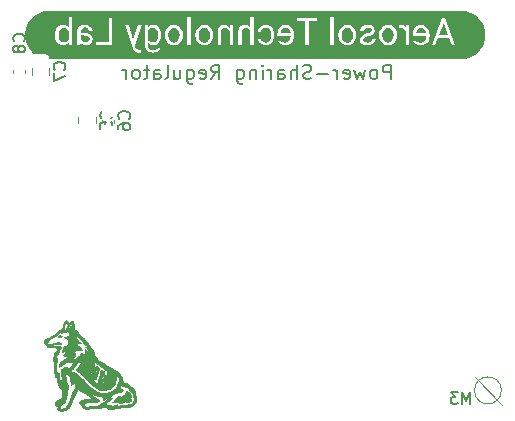
<source format=gbo>
G04 #@! TF.GenerationSoftware,KiCad,Pcbnew,5.1.10-88a1d61d58~90~ubuntu20.04.1*
G04 #@! TF.CreationDate,2021-10-22T15:45:46-05:00*
G04 #@! TF.ProjectId,power-share,706f7765-722d-4736-9861-72652e6b6963,rev?*
G04 #@! TF.SameCoordinates,Original*
G04 #@! TF.FileFunction,Legend,Bot*
G04 #@! TF.FilePolarity,Positive*
%FSLAX46Y46*%
G04 Gerber Fmt 4.6, Leading zero omitted, Abs format (unit mm)*
G04 Created by KiCad (PCBNEW 5.1.10-88a1d61d58~90~ubuntu20.04.1) date 2021-10-22 15:45:46*
%MOMM*%
%LPD*%
G01*
G04 APERTURE LIST*
%ADD10C,0.150000*%
%ADD11C,0.120000*%
%ADD12C,0.200000*%
%ADD13C,0.100000*%
%ADD14C,0.010000*%
%ADD15C,0.800000*%
%ADD16C,6.400000*%
%ADD17O,3.500000X3.100000*%
%ADD18C,1.800860*%
G04 APERTURE END LIST*
D10*
X128609523Y-134052380D02*
X128609523Y-133052380D01*
X128276190Y-133766666D01*
X127942857Y-133052380D01*
X127942857Y-134052380D01*
X127561904Y-133052380D02*
X126942857Y-133052380D01*
X127276190Y-133433333D01*
X127133333Y-133433333D01*
X127038095Y-133480952D01*
X126990476Y-133528571D01*
X126942857Y-133623809D01*
X126942857Y-133861904D01*
X126990476Y-133957142D01*
X127038095Y-134004761D01*
X127133333Y-134052380D01*
X127419047Y-134052380D01*
X127514285Y-134004761D01*
X127561904Y-133957142D01*
D11*
X131300000Y-134100000D02*
X129000000Y-131800000D01*
X131240175Y-132900000D02*
G75*
G03*
X131240175Y-132900000I-1140175J0D01*
G01*
D12*
X121885714Y-106542857D02*
X121885714Y-105342857D01*
X121428571Y-105342857D01*
X121314285Y-105400000D01*
X121257142Y-105457142D01*
X121200000Y-105571428D01*
X121200000Y-105742857D01*
X121257142Y-105857142D01*
X121314285Y-105914285D01*
X121428571Y-105971428D01*
X121885714Y-105971428D01*
X120514285Y-106542857D02*
X120628571Y-106485714D01*
X120685714Y-106428571D01*
X120742857Y-106314285D01*
X120742857Y-105971428D01*
X120685714Y-105857142D01*
X120628571Y-105800000D01*
X120514285Y-105742857D01*
X120342857Y-105742857D01*
X120228571Y-105800000D01*
X120171428Y-105857142D01*
X120114285Y-105971428D01*
X120114285Y-106314285D01*
X120171428Y-106428571D01*
X120228571Y-106485714D01*
X120342857Y-106542857D01*
X120514285Y-106542857D01*
X119714285Y-105742857D02*
X119485714Y-106542857D01*
X119257142Y-105971428D01*
X119028571Y-106542857D01*
X118800000Y-105742857D01*
X117885714Y-106485714D02*
X118000000Y-106542857D01*
X118228571Y-106542857D01*
X118342857Y-106485714D01*
X118400000Y-106371428D01*
X118400000Y-105914285D01*
X118342857Y-105800000D01*
X118228571Y-105742857D01*
X118000000Y-105742857D01*
X117885714Y-105800000D01*
X117828571Y-105914285D01*
X117828571Y-106028571D01*
X118400000Y-106142857D01*
X117314285Y-106542857D02*
X117314285Y-105742857D01*
X117314285Y-105971428D02*
X117257142Y-105857142D01*
X117200000Y-105800000D01*
X117085714Y-105742857D01*
X116971428Y-105742857D01*
X116571428Y-106085714D02*
X115657142Y-106085714D01*
X115142857Y-106485714D02*
X114971428Y-106542857D01*
X114685714Y-106542857D01*
X114571428Y-106485714D01*
X114514285Y-106428571D01*
X114457142Y-106314285D01*
X114457142Y-106200000D01*
X114514285Y-106085714D01*
X114571428Y-106028571D01*
X114685714Y-105971428D01*
X114914285Y-105914285D01*
X115028571Y-105857142D01*
X115085714Y-105800000D01*
X115142857Y-105685714D01*
X115142857Y-105571428D01*
X115085714Y-105457142D01*
X115028571Y-105400000D01*
X114914285Y-105342857D01*
X114628571Y-105342857D01*
X114457142Y-105400000D01*
X113942857Y-106542857D02*
X113942857Y-105342857D01*
X113428571Y-106542857D02*
X113428571Y-105914285D01*
X113485714Y-105800000D01*
X113600000Y-105742857D01*
X113771428Y-105742857D01*
X113885714Y-105800000D01*
X113942857Y-105857142D01*
X112342857Y-106542857D02*
X112342857Y-105914285D01*
X112400000Y-105800000D01*
X112514285Y-105742857D01*
X112742857Y-105742857D01*
X112857142Y-105800000D01*
X112342857Y-106485714D02*
X112457142Y-106542857D01*
X112742857Y-106542857D01*
X112857142Y-106485714D01*
X112914285Y-106371428D01*
X112914285Y-106257142D01*
X112857142Y-106142857D01*
X112742857Y-106085714D01*
X112457142Y-106085714D01*
X112342857Y-106028571D01*
X111771428Y-106542857D02*
X111771428Y-105742857D01*
X111771428Y-105971428D02*
X111714285Y-105857142D01*
X111657142Y-105800000D01*
X111542857Y-105742857D01*
X111428571Y-105742857D01*
X111028571Y-106542857D02*
X111028571Y-105742857D01*
X111028571Y-105342857D02*
X111085714Y-105400000D01*
X111028571Y-105457142D01*
X110971428Y-105400000D01*
X111028571Y-105342857D01*
X111028571Y-105457142D01*
X110457142Y-105742857D02*
X110457142Y-106542857D01*
X110457142Y-105857142D02*
X110400000Y-105800000D01*
X110285714Y-105742857D01*
X110114285Y-105742857D01*
X110000000Y-105800000D01*
X109942857Y-105914285D01*
X109942857Y-106542857D01*
X108857142Y-105742857D02*
X108857142Y-106714285D01*
X108914285Y-106828571D01*
X108971428Y-106885714D01*
X109085714Y-106942857D01*
X109257142Y-106942857D01*
X109371428Y-106885714D01*
X108857142Y-106485714D02*
X108971428Y-106542857D01*
X109200000Y-106542857D01*
X109314285Y-106485714D01*
X109371428Y-106428571D01*
X109428571Y-106314285D01*
X109428571Y-105971428D01*
X109371428Y-105857142D01*
X109314285Y-105800000D01*
X109200000Y-105742857D01*
X108971428Y-105742857D01*
X108857142Y-105800000D01*
X106685714Y-106542857D02*
X107085714Y-105971428D01*
X107371428Y-106542857D02*
X107371428Y-105342857D01*
X106914285Y-105342857D01*
X106800000Y-105400000D01*
X106742857Y-105457142D01*
X106685714Y-105571428D01*
X106685714Y-105742857D01*
X106742857Y-105857142D01*
X106800000Y-105914285D01*
X106914285Y-105971428D01*
X107371428Y-105971428D01*
X105714285Y-106485714D02*
X105828571Y-106542857D01*
X106057142Y-106542857D01*
X106171428Y-106485714D01*
X106228571Y-106371428D01*
X106228571Y-105914285D01*
X106171428Y-105800000D01*
X106057142Y-105742857D01*
X105828571Y-105742857D01*
X105714285Y-105800000D01*
X105657142Y-105914285D01*
X105657142Y-106028571D01*
X106228571Y-106142857D01*
X104628571Y-105742857D02*
X104628571Y-106714285D01*
X104685714Y-106828571D01*
X104742857Y-106885714D01*
X104857142Y-106942857D01*
X105028571Y-106942857D01*
X105142857Y-106885714D01*
X104628571Y-106485714D02*
X104742857Y-106542857D01*
X104971428Y-106542857D01*
X105085714Y-106485714D01*
X105142857Y-106428571D01*
X105200000Y-106314285D01*
X105200000Y-105971428D01*
X105142857Y-105857142D01*
X105085714Y-105800000D01*
X104971428Y-105742857D01*
X104742857Y-105742857D01*
X104628571Y-105800000D01*
X103542857Y-105742857D02*
X103542857Y-106542857D01*
X104057142Y-105742857D02*
X104057142Y-106371428D01*
X104000000Y-106485714D01*
X103885714Y-106542857D01*
X103714285Y-106542857D01*
X103600000Y-106485714D01*
X103542857Y-106428571D01*
X102800000Y-106542857D02*
X102914285Y-106485714D01*
X102971428Y-106371428D01*
X102971428Y-105342857D01*
X101828571Y-106542857D02*
X101828571Y-105914285D01*
X101885714Y-105800000D01*
X102000000Y-105742857D01*
X102228571Y-105742857D01*
X102342857Y-105800000D01*
X101828571Y-106485714D02*
X101942857Y-106542857D01*
X102228571Y-106542857D01*
X102342857Y-106485714D01*
X102400000Y-106371428D01*
X102400000Y-106257142D01*
X102342857Y-106142857D01*
X102228571Y-106085714D01*
X101942857Y-106085714D01*
X101828571Y-106028571D01*
X101428571Y-105742857D02*
X100971428Y-105742857D01*
X101257142Y-105342857D02*
X101257142Y-106371428D01*
X101200000Y-106485714D01*
X101085714Y-106542857D01*
X100971428Y-106542857D01*
X100400000Y-106542857D02*
X100514285Y-106485714D01*
X100571428Y-106428571D01*
X100628571Y-106314285D01*
X100628571Y-105971428D01*
X100571428Y-105857142D01*
X100514285Y-105800000D01*
X100400000Y-105742857D01*
X100228571Y-105742857D01*
X100114285Y-105800000D01*
X100057142Y-105857142D01*
X100000000Y-105971428D01*
X100000000Y-106314285D01*
X100057142Y-106428571D01*
X100114285Y-106485714D01*
X100228571Y-106542857D01*
X100400000Y-106542857D01*
X99485714Y-106542857D02*
X99485714Y-105742857D01*
X99485714Y-105971428D02*
X99428571Y-105857142D01*
X99371428Y-105800000D01*
X99257142Y-105742857D01*
X99142857Y-105742857D01*
D11*
X91465000Y-106161252D02*
X91465000Y-105638748D01*
X92935000Y-106161252D02*
X92935000Y-105638748D01*
X95415000Y-110261252D02*
X95415000Y-109738748D01*
X96885000Y-110261252D02*
X96885000Y-109738748D01*
X89890000Y-106065580D02*
X89890000Y-105784420D01*
X90910000Y-106065580D02*
X90910000Y-105784420D01*
X97390000Y-110265580D02*
X97390000Y-109984420D01*
X98410000Y-110265580D02*
X98410000Y-109984420D01*
D13*
G36*
X127336175Y-100758006D02*
G01*
X127336175Y-103651886D01*
X126474212Y-101394659D01*
X126213763Y-101394659D01*
X125350250Y-103651886D01*
X125655658Y-103651886D01*
X125871148Y-103062775D01*
X126816827Y-103062775D01*
X127029217Y-103651886D01*
X127336175Y-103651886D01*
X127336175Y-100758006D01*
X127848806Y-100758006D01*
X128048956Y-100767839D01*
X128247179Y-100797242D01*
X128441565Y-100845933D01*
X128630243Y-100913443D01*
X128811395Y-100999122D01*
X128983277Y-101102144D01*
X129144233Y-101221517D01*
X129292714Y-101356092D01*
X129427288Y-101504573D01*
X129546662Y-101665529D01*
X129649684Y-101837411D01*
X129735362Y-102018563D01*
X129802872Y-102207240D01*
X129851563Y-102401627D01*
X129880967Y-102599850D01*
X129890800Y-102800000D01*
X129880967Y-103000150D01*
X129851563Y-103198373D01*
X129802872Y-103392760D01*
X129735362Y-103581437D01*
X129649684Y-103762589D01*
X124395270Y-103682892D01*
X124608521Y-103658001D01*
X124793523Y-103583329D01*
X124950274Y-103458875D01*
X125069130Y-103292735D01*
X125140444Y-103093005D01*
X125164215Y-102859686D01*
X125164215Y-102806976D01*
X125140379Y-102570750D01*
X125068872Y-102361267D01*
X124954538Y-102186472D01*
X124802221Y-102054309D01*
X124623744Y-101971175D01*
X124430926Y-101943463D01*
X124229044Y-101967407D01*
X124059545Y-102039237D01*
X123922430Y-102158954D01*
X123821661Y-102323285D01*
X123761200Y-102528957D01*
X123741046Y-102775970D01*
X123741046Y-102895343D01*
X123409283Y-103651886D01*
X123409283Y-101974469D01*
X123130231Y-101974469D01*
X123125580Y-102168256D01*
X122955047Y-101999661D01*
X122725604Y-101943463D01*
X122598480Y-101965167D01*
X122598480Y-102231818D01*
X122739557Y-102220966D01*
X122907505Y-102247665D01*
X123035146Y-102327764D01*
X123122479Y-102461261D01*
X122410895Y-102797675D01*
X122386671Y-102563580D01*
X122314001Y-102354291D01*
X122198117Y-102179883D01*
X122044250Y-102050433D01*
X121859184Y-101970206D01*
X121649701Y-101943463D01*
X121435846Y-101969818D01*
X121251103Y-102048883D01*
X121095471Y-102180658D01*
X120977907Y-102356186D01*
X120907369Y-102566509D01*
X120883856Y-102811627D01*
X120883856Y-102831781D01*
X120907304Y-103064131D01*
X120977649Y-103271289D01*
X120572053Y-103279234D01*
X120593951Y-103135638D01*
X120307147Y-103135638D01*
X120274397Y-103264894D01*
X120191650Y-103364307D01*
X120066658Y-103427675D01*
X119907171Y-103448798D01*
X119760475Y-103432326D01*
X119645947Y-103382910D01*
X119547503Y-103206952D01*
X119635095Y-103026343D01*
X119755243Y-102966463D01*
X119940503Y-102915497D01*
X120135840Y-102864337D01*
X120286218Y-102803876D01*
X120475354Y-102648846D01*
X120536590Y-102434906D01*
X120492988Y-102244608D01*
X120362182Y-102086090D01*
X120163551Y-101979120D01*
X119916473Y-101943463D01*
X119658156Y-101980283D01*
X119453711Y-102090741D01*
X119320579Y-102258560D01*
X119276202Y-102467462D01*
X119564557Y-102467462D01*
X119664551Y-102264374D01*
X119777528Y-102200424D01*
X119916473Y-102179108D01*
X120056000Y-102196161D01*
X120161419Y-102247321D01*
X120249786Y-102425604D01*
X120167621Y-102582184D01*
X120052318Y-102633731D01*
X119870740Y-102682953D01*
X119676372Y-102735663D01*
X119522699Y-102797675D01*
X118963043Y-102797675D01*
X118938820Y-102563580D01*
X118866150Y-102354291D01*
X118750265Y-102179883D01*
X118596399Y-102050433D01*
X118411333Y-101970206D01*
X118201849Y-101943463D01*
X117987995Y-101969818D01*
X117803252Y-102048883D01*
X117647619Y-102180658D01*
X117530056Y-102356186D01*
X117459517Y-102566509D01*
X117436004Y-102811627D01*
X117436004Y-102831781D01*
X117459453Y-103064131D01*
X117529797Y-103271289D01*
X117643744Y-103444341D01*
X117797998Y-103574371D01*
X117985390Y-103655762D01*
X118198749Y-103682892D01*
X118411742Y-103656537D01*
X118595968Y-103577472D01*
X118751428Y-103445697D01*
X118868992Y-103270514D01*
X118939530Y-103061224D01*
X118963043Y-102817828D01*
X118963043Y-102797675D01*
X119522699Y-102797675D01*
X119325036Y-102958130D01*
X119260699Y-103186798D01*
X119305658Y-103389305D01*
X119440533Y-103547241D01*
X119647110Y-103648979D01*
X119907171Y-103682892D01*
X120097082Y-103665063D01*
X120263739Y-103611578D01*
X120401909Y-103526118D01*
X120506360Y-103412366D01*
X120572053Y-103279234D01*
X120977649Y-103271289D01*
X121091595Y-103444341D01*
X121245849Y-103574371D01*
X121433241Y-103655762D01*
X121646600Y-103682892D01*
X121859593Y-103656537D01*
X122043820Y-103577472D01*
X122199280Y-103445697D01*
X122316843Y-103270514D01*
X122387382Y-103061224D01*
X122410895Y-102817828D01*
X122410895Y-102797675D01*
X123122479Y-102461261D01*
X123122479Y-103651886D01*
X123409283Y-103651886D01*
X123741046Y-102895343D01*
X124877411Y-102895343D01*
X124838072Y-103119554D01*
X124732458Y-103296094D01*
X124574910Y-103410622D01*
X124379767Y-103448798D01*
X124239465Y-103433295D01*
X124122418Y-103386786D01*
X123937933Y-103222455D01*
X123762750Y-103358881D01*
X123881347Y-103500636D01*
X124026300Y-103601889D01*
X124197607Y-103662641D01*
X124395270Y-103682892D01*
X129649684Y-103762589D01*
X129546662Y-103934471D01*
X116764728Y-103651886D01*
X117051532Y-103651886D01*
X117051532Y-101270636D01*
X116764728Y-101270636D01*
X115660919Y-101639606D01*
X115660919Y-101394659D01*
X113915289Y-101394659D01*
X113915289Y-101639606D01*
X114640826Y-101639606D01*
X114640826Y-103651886D01*
X114936932Y-103651886D01*
X114936932Y-101639606D01*
X115660919Y-101639606D01*
X116764728Y-101270636D01*
X116764728Y-103651886D01*
X129546662Y-103934471D01*
X129427288Y-104095427D01*
X112929303Y-103682892D01*
X113142554Y-103658001D01*
X113327556Y-103583329D01*
X113484308Y-103458875D01*
X113603163Y-103292735D01*
X113674477Y-103093005D01*
X113698248Y-102859686D01*
X113698248Y-102806976D01*
X113674412Y-102570750D01*
X113602905Y-102361267D01*
X113488571Y-102186472D01*
X113336255Y-102054309D01*
X113157777Y-101971175D01*
X112964960Y-101943463D01*
X112763077Y-101967407D01*
X112593578Y-102039237D01*
X112456463Y-102158954D01*
X112355694Y-102323285D01*
X112295233Y-102528957D01*
X112017731Y-102780621D01*
X111995251Y-102549240D01*
X111927814Y-102344989D01*
X111818324Y-102175620D01*
X111669690Y-102048883D01*
X111486174Y-101969818D01*
X111272040Y-101943463D01*
X111094531Y-101962239D01*
X110938210Y-102018566D01*
X110803076Y-102112445D01*
X110659868Y-102306619D01*
X110603863Y-102551178D01*
X110281402Y-103651886D01*
X110281402Y-101270636D01*
X109994598Y-101270636D01*
X109994598Y-102177557D01*
X109854727Y-102047505D01*
X109689363Y-101969474D01*
X109498504Y-101943463D01*
X109306888Y-101967462D01*
X109157440Y-102039457D01*
X109050160Y-102159450D01*
X108985047Y-102327440D01*
X108962103Y-102543427D01*
X108532672Y-103651886D01*
X108532672Y-101974469D01*
X108261371Y-101974469D01*
X108252069Y-102185309D01*
X108110820Y-102050950D01*
X107943388Y-101970335D01*
X107749774Y-101943463D01*
X107558158Y-101967462D01*
X107408710Y-102039457D01*
X107301429Y-102159450D01*
X107236317Y-102327440D01*
X107213373Y-102543427D01*
X106856805Y-102797675D01*
X106832582Y-102563580D01*
X106759912Y-102354291D01*
X106644028Y-102179883D01*
X106490161Y-102050433D01*
X106305095Y-101970206D01*
X106095611Y-101943463D01*
X105881757Y-101969818D01*
X105697014Y-102048883D01*
X105541382Y-102180658D01*
X105423818Y-102356186D01*
X105353279Y-102566509D01*
X105329767Y-102811627D01*
X105329767Y-102831781D01*
X105353215Y-103064131D01*
X105423559Y-103271289D01*
X105537506Y-103444341D01*
X105691760Y-103574371D01*
X105879152Y-103655762D01*
X106092511Y-103682892D01*
X106305504Y-103656537D01*
X106489730Y-103577472D01*
X106645190Y-103445697D01*
X106762754Y-103270514D01*
X106833292Y-103061224D01*
X106856805Y-102817828D01*
X106856805Y-102797675D01*
X107213373Y-102543427D01*
X107213373Y-103651886D01*
X107500177Y-103651886D01*
X107500177Y-102541876D01*
X107521687Y-102384134D01*
X107583117Y-102273676D01*
X107687181Y-102208563D01*
X107836590Y-102186859D01*
X107967590Y-102205463D01*
X108081537Y-102261273D01*
X108245868Y-102456610D01*
X108245868Y-103651886D01*
X108532672Y-103651886D01*
X108962103Y-102543427D01*
X108962103Y-103651886D01*
X109248907Y-103651886D01*
X109248907Y-102541876D01*
X109270418Y-102384134D01*
X109331848Y-102273676D01*
X109435911Y-102208563D01*
X109585321Y-102186859D01*
X109716321Y-102205463D01*
X109830267Y-102261273D01*
X109994598Y-102456610D01*
X109994598Y-103651886D01*
X110281402Y-103651886D01*
X110603863Y-102551178D01*
X110875165Y-102551178D01*
X110912178Y-102402931D01*
X110998413Y-102283752D01*
X111122243Y-102205269D01*
X111272040Y-102179108D01*
X111466020Y-102218446D01*
X111610779Y-102336462D01*
X111700889Y-102528893D01*
X111730926Y-102791473D01*
X111730926Y-102845734D01*
X111701083Y-103102307D01*
X111611554Y-103292218D01*
X111466601Y-103409653D01*
X111270489Y-103448798D01*
X111126700Y-103425543D01*
X111002289Y-103355780D01*
X110913147Y-103251135D01*
X110875165Y-103123236D01*
X110603863Y-103123236D01*
X110632544Y-103263925D01*
X110703082Y-103397638D01*
X110809859Y-103514685D01*
X110947253Y-103605377D01*
X111104414Y-103663513D01*
X111270489Y-103682892D01*
X111483310Y-103657484D01*
X111664953Y-103581262D01*
X111815417Y-103454224D01*
X111927814Y-103283089D01*
X111995251Y-103074574D01*
X112017731Y-102828680D01*
X112017731Y-102780621D01*
X112295233Y-102528957D01*
X112275079Y-102775970D01*
X112275079Y-102895343D01*
X113411444Y-102895343D01*
X113372105Y-103119554D01*
X113266492Y-103296094D01*
X113108943Y-103410622D01*
X112913800Y-103448798D01*
X112773498Y-103433295D01*
X112656451Y-103386786D01*
X112471966Y-103222455D01*
X112296783Y-103358881D01*
X112415381Y-103500636D01*
X112560333Y-103601889D01*
X112731640Y-103662641D01*
X112929303Y-103682892D01*
X129427288Y-104095427D01*
X129292714Y-104243908D01*
X104658490Y-103651886D01*
X104945294Y-103651886D01*
X104945294Y-101270636D01*
X104658490Y-101270636D01*
X104275567Y-102797675D01*
X104251344Y-102563580D01*
X104178674Y-102354291D01*
X104062790Y-102179883D01*
X103908923Y-102050433D01*
X103723857Y-101970206D01*
X103514374Y-101943463D01*
X103300519Y-101969818D01*
X103115776Y-102048883D01*
X102960144Y-102180658D01*
X102842580Y-102356186D01*
X102772042Y-102566509D01*
X102457074Y-102799225D01*
X102436920Y-102555570D01*
X102376459Y-102347573D01*
X102275690Y-102175232D01*
X102141675Y-102046471D01*
X101981478Y-101969215D01*
X101795099Y-101943463D01*
X101605446Y-101967579D01*
X101445766Y-102039926D01*
X101316058Y-102160504D01*
X101302106Y-101974469D01*
X101040106Y-101974469D01*
X101040106Y-103611578D01*
X101061552Y-103813289D01*
X101125889Y-103984338D01*
X101233117Y-104124725D01*
X101376520Y-104228939D01*
X101549377Y-104291468D01*
X101751690Y-104312311D01*
X101931137Y-104292932D01*
X102106708Y-104234796D01*
X102259799Y-104142941D01*
X102371808Y-104022406D01*
X102222980Y-103850323D01*
X102090860Y-103976931D01*
X101940482Y-104052895D01*
X101771844Y-104078217D01*
X101585615Y-104048761D01*
X101445508Y-103960394D01*
X101357722Y-103818542D01*
X101328461Y-103628632D01*
X101328461Y-103484454D01*
X101457135Y-103594697D01*
X101613714Y-103660843D01*
X101798199Y-103682892D01*
X101982081Y-103656537D01*
X102140986Y-103577472D01*
X102274914Y-103445697D01*
X102376114Y-103268447D01*
X102436834Y-103052956D01*
X102457074Y-102799225D01*
X102772042Y-102566509D01*
X102748529Y-102811627D01*
X102748529Y-102831781D01*
X102771977Y-103064131D01*
X102842322Y-103271289D01*
X102956268Y-103444341D01*
X103110522Y-103574371D01*
X103297914Y-103655762D01*
X103511273Y-103682892D01*
X103724266Y-103656537D01*
X103908493Y-103577472D01*
X104063952Y-103445697D01*
X104181516Y-103270514D01*
X104252055Y-103061224D01*
X104275567Y-102817828D01*
X104275567Y-102797675D01*
X104658490Y-101270636D01*
X104658490Y-103651886D01*
X129292714Y-104243908D01*
X129144233Y-104378483D01*
X128983277Y-104497856D01*
X128811395Y-104600878D01*
X128630243Y-104686557D01*
X128441565Y-104754067D01*
X128247179Y-104802758D01*
X128048956Y-104832161D01*
X127848806Y-104841994D01*
X127336175Y-104841994D01*
X93463824Y-104841994D01*
X100035516Y-103910785D01*
X100160401Y-104143329D01*
X100326282Y-104282855D01*
X100533160Y-104329364D01*
X100587420Y-104324713D01*
X100694391Y-104304559D01*
X100694391Y-104072015D01*
X100616876Y-104078217D01*
X100389758Y-104019305D01*
X100315538Y-103935977D01*
X100255658Y-103803815D01*
X100192096Y-103633282D01*
X100790509Y-101974469D01*
X100477350Y-101974469D01*
X100058771Y-103231757D01*
X99668097Y-101974469D01*
X99361139Y-101974469D01*
X98274383Y-103651886D01*
X98274383Y-101394659D01*
X97975177Y-101394659D01*
X97975177Y-103408490D01*
X96905475Y-103408490D01*
X96905475Y-103651886D01*
X98274383Y-103651886D01*
X99361139Y-101974469D01*
X100035516Y-103910785D01*
X93463824Y-104841994D01*
X92951194Y-104841994D01*
X95575323Y-103651886D01*
X95615631Y-103475153D01*
X95757569Y-103590563D01*
X95916732Y-103659810D01*
X96093121Y-103682892D01*
X96318883Y-103647816D01*
X96500073Y-103542590D01*
X96619252Y-103383492D01*
X96658978Y-103186798D01*
X96609175Y-102954060D01*
X96459765Y-102779846D01*
X96308956Y-102699317D01*
X96122146Y-102651000D01*
X95899335Y-102634894D01*
X95620282Y-102634894D01*
X95620282Y-102503119D01*
X95642761Y-102368050D01*
X95710199Y-102263599D01*
X95821432Y-102196742D01*
X95975299Y-102174457D01*
X96116376Y-102193835D01*
X96232648Y-102251971D01*
X96336517Y-102439557D01*
X96624872Y-102439557D01*
X96602586Y-102316115D01*
X96535730Y-102196936D01*
X96430697Y-102092097D01*
X96293884Y-102011676D01*
X96133623Y-101960516D01*
X95958246Y-101943463D01*
X95699734Y-101979701D01*
X95504010Y-102088416D01*
X95379211Y-102260692D01*
X95333478Y-102487616D01*
X95333478Y-103259662D01*
X95318750Y-103467014D01*
X95274566Y-103627081D01*
X95274566Y-103651886D01*
X95575323Y-103651886D01*
X92951194Y-104841994D01*
X92751044Y-104832161D01*
X93463824Y-102831781D01*
X93483461Y-103071301D01*
X93542372Y-103277232D01*
X93640558Y-103449573D01*
X93771816Y-103579194D01*
X93929946Y-103656968D01*
X94114947Y-103682892D01*
X94310801Y-103657915D01*
X94474615Y-103582984D01*
X94606390Y-103458099D01*
X94620343Y-103651886D01*
X94883893Y-103651886D01*
X94883893Y-101270636D01*
X94597088Y-101270636D01*
X94597088Y-102158954D01*
X94466692Y-102039237D01*
X94307011Y-101967407D01*
X94118048Y-101943463D01*
X93928998Y-101969129D01*
X93769060Y-102046127D01*
X93638232Y-102174457D01*
X93541339Y-102347401D01*
X93483203Y-102558240D01*
X93463824Y-102806976D01*
X93463824Y-102831781D01*
X92751044Y-104832161D01*
X92552821Y-104802758D01*
X92358435Y-104754067D01*
X92169757Y-104686557D01*
X91988605Y-104600878D01*
X91816723Y-104497856D01*
X91655767Y-104378483D01*
X91507286Y-104243908D01*
X91372711Y-104095427D01*
X91253338Y-103934471D01*
X91150316Y-103762589D01*
X91064638Y-103581437D01*
X90997128Y-103392760D01*
X90948437Y-103198373D01*
X90919033Y-103000150D01*
X90909200Y-102800000D01*
X90919033Y-102599850D01*
X90948437Y-102401627D01*
X90997128Y-102207240D01*
X91064638Y-102018563D01*
X91150316Y-101837411D01*
X91253338Y-101665529D01*
X91372711Y-101504573D01*
X91507286Y-101356092D01*
X91655767Y-101221517D01*
X91816723Y-101102144D01*
X91988605Y-100999122D01*
X92169757Y-100913443D01*
X92358435Y-100845933D01*
X92552821Y-100797242D01*
X92751044Y-100767839D01*
X92951194Y-100758006D01*
X93463824Y-100758006D01*
X127336175Y-100758006D01*
G37*
G36*
X103987213Y-102831781D02*
G01*
X103954851Y-103083316D01*
X103857763Y-103279816D01*
X103706416Y-103406552D01*
X103511273Y-103448798D01*
X103315161Y-103405971D01*
X103164007Y-103277490D01*
X103067502Y-103071883D01*
X103035333Y-102797675D01*
X103068083Y-102547884D01*
X103166333Y-102350415D01*
X103318843Y-102221935D01*
X103514374Y-102179108D01*
X103706222Y-102221353D01*
X103856988Y-102348090D01*
X103954657Y-102553503D01*
X103987213Y-102831781D01*
G37*
G36*
X106568451Y-102831781D02*
G01*
X106536088Y-103083316D01*
X106439001Y-103279816D01*
X106287654Y-103406552D01*
X106092511Y-103448798D01*
X105896399Y-103405971D01*
X105745245Y-103277490D01*
X105648739Y-103071883D01*
X105616571Y-102797675D01*
X105649321Y-102547884D01*
X105747571Y-102350415D01*
X105900081Y-102221935D01*
X106095611Y-102179108D01*
X106287460Y-102221353D01*
X106438226Y-102348090D01*
X106535895Y-102553503D01*
X106568451Y-102831781D01*
G37*
G36*
X122122540Y-102831781D02*
G01*
X122090178Y-103083316D01*
X121993091Y-103279816D01*
X121841743Y-103406552D01*
X121646600Y-103448798D01*
X121450488Y-103405971D01*
X121299335Y-103277490D01*
X121202829Y-103071883D01*
X121170660Y-102797675D01*
X121203410Y-102547884D01*
X121301660Y-102350415D01*
X121454170Y-102221935D01*
X121649701Y-102179108D01*
X121841549Y-102221353D01*
X121992315Y-102348090D01*
X122089984Y-102553503D01*
X122122540Y-102831781D01*
G37*
G36*
X118674689Y-102831781D02*
G01*
X118642326Y-103083316D01*
X118545239Y-103279816D01*
X118393892Y-103406552D01*
X118198749Y-103448798D01*
X118002637Y-103405971D01*
X117851483Y-103277490D01*
X117754977Y-103071883D01*
X117722809Y-102797675D01*
X117755559Y-102547884D01*
X117853808Y-102350415D01*
X118006318Y-102221935D01*
X118201849Y-102179108D01*
X118393698Y-102221353D01*
X118544464Y-102348090D01*
X118642132Y-102553503D01*
X118674689Y-102831781D01*
G37*
G36*
X93750628Y-102799225D02*
G01*
X93778921Y-102539551D01*
X93863800Y-102346539D01*
X94001776Y-102226779D01*
X94189361Y-102186859D01*
X94360755Y-102216142D01*
X94496664Y-102303992D01*
X94597088Y-102450409D01*
X94597088Y-103175946D01*
X94492874Y-103322363D01*
X94355932Y-103410213D01*
X94186261Y-103439496D01*
X94002939Y-103399576D01*
X93865350Y-103279816D01*
X93779309Y-103079828D01*
X93750628Y-102799225D01*
G37*
G36*
X102168719Y-102831781D02*
G01*
X102139651Y-103085060D01*
X102052447Y-103277490D01*
X101912921Y-103398994D01*
X101726886Y-103439496D01*
X101562038Y-103412107D01*
X101429230Y-103329942D01*
X101328461Y-103192999D01*
X101328461Y-102427155D01*
X101430952Y-102293657D01*
X101562727Y-102213559D01*
X101723785Y-102186859D01*
X101910208Y-102227554D01*
X102050897Y-102349640D01*
X102139264Y-102551566D01*
X102168719Y-102831781D01*
G37*
G36*
X126726910Y-102817828D02*
G01*
X125959515Y-102817828D01*
X126343988Y-101762079D01*
X126726910Y-102817828D01*
G37*
G36*
X124430926Y-102179108D02*
G01*
X124590606Y-102210695D01*
X124722381Y-102305457D01*
X124817724Y-102457191D01*
X124868109Y-102659698D01*
X124027850Y-102659698D01*
X124027850Y-102637994D01*
X124063507Y-102444014D01*
X124145672Y-102299255D01*
X124269696Y-102209145D01*
X124430926Y-102179108D01*
G37*
G36*
X112964960Y-102179108D02*
G01*
X113124640Y-102210695D01*
X113256415Y-102305457D01*
X113351758Y-102457191D01*
X113402142Y-102659698D01*
X112561883Y-102659698D01*
X112561883Y-102637994D01*
X112597540Y-102444014D01*
X112679706Y-102299255D01*
X112803729Y-102209145D01*
X112964960Y-102179108D01*
G37*
G36*
X96051263Y-103433295D02*
G01*
X95919876Y-103415854D01*
X95795465Y-103363531D01*
X95620282Y-103182147D01*
X95620282Y-102837982D01*
X95845074Y-102837982D01*
X96075680Y-102857264D01*
X96240399Y-102915109D01*
X96339230Y-103011518D01*
X96372174Y-103146490D01*
X96282257Y-103357330D01*
X96051263Y-103433295D01*
G37*
D14*
G36*
X94334774Y-126990161D02*
G01*
X94293431Y-127025393D01*
X94250969Y-127075535D01*
X94209661Y-127137513D01*
X94171783Y-127208254D01*
X94139607Y-127284688D01*
X94115409Y-127363740D01*
X94113909Y-127369987D01*
X94104694Y-127415582D01*
X94094639Y-127475324D01*
X94085578Y-127538101D01*
X94083595Y-127553675D01*
X94076376Y-127608398D01*
X94069583Y-127643575D01*
X94060994Y-127664921D01*
X94048391Y-127678152D01*
X94031406Y-127688038D01*
X93931383Y-127743933D01*
X93829252Y-127809300D01*
X93730241Y-127880209D01*
X93639579Y-127952728D01*
X93562497Y-128022929D01*
X93509607Y-128080205D01*
X93475896Y-128114404D01*
X93434638Y-128147547D01*
X93422903Y-128155422D01*
X93391583Y-128173920D01*
X93340906Y-128202273D01*
X93274117Y-128238748D01*
X93194461Y-128281608D01*
X93105181Y-128329120D01*
X93009523Y-128379547D01*
X92910731Y-128431155D01*
X92812049Y-128482210D01*
X92805900Y-128485373D01*
X92702375Y-128540996D01*
X92621448Y-128590181D01*
X92561560Y-128634347D01*
X92521157Y-128674914D01*
X92498680Y-128713299D01*
X92492573Y-128750923D01*
X92494937Y-128768849D01*
X92511342Y-128808383D01*
X92545373Y-128861557D01*
X92595217Y-128925661D01*
X92617189Y-128951476D01*
X92637501Y-128978192D01*
X92665514Y-129019340D01*
X92696163Y-129067391D01*
X92705842Y-129083232D01*
X92737768Y-129133851D01*
X92766561Y-129170992D01*
X92797114Y-129197092D01*
X92834322Y-129214586D01*
X92883081Y-129225911D01*
X92948283Y-129233502D01*
X93018181Y-129238699D01*
X93158946Y-129248164D01*
X93276484Y-129256285D01*
X93372921Y-129263302D01*
X93450379Y-129269450D01*
X93510983Y-129274966D01*
X93556858Y-129280088D01*
X93590127Y-129285054D01*
X93612915Y-129290099D01*
X93627347Y-129295460D01*
X93635545Y-129301376D01*
X93639623Y-129308048D01*
X93638621Y-129330508D01*
X93627736Y-129370387D01*
X93609066Y-129422705D01*
X93584710Y-129482487D01*
X93556767Y-129544753D01*
X93527334Y-129604527D01*
X93498512Y-129656830D01*
X93480626Y-129685160D01*
X93393559Y-129831380D01*
X93328068Y-129981884D01*
X93285337Y-130133472D01*
X93267895Y-130259358D01*
X93264019Y-130334971D01*
X93265106Y-130388299D01*
X93271738Y-130422076D01*
X93284497Y-130439034D01*
X93303967Y-130441910D01*
X93306710Y-130441452D01*
X93336449Y-130435767D01*
X93342759Y-130779808D01*
X93346102Y-130918587D01*
X93350664Y-131033930D01*
X93356558Y-131127779D01*
X93363899Y-131202075D01*
X93370136Y-131244500D01*
X93377749Y-131285253D01*
X93388764Y-131340497D01*
X93402227Y-131405820D01*
X93417184Y-131476808D01*
X93432681Y-131549050D01*
X93447763Y-131618132D01*
X93461477Y-131679642D01*
X93472868Y-131729168D01*
X93480983Y-131762297D01*
X93484738Y-131774507D01*
X93497077Y-131773430D01*
X93524050Y-131766838D01*
X93527078Y-131765980D01*
X93545096Y-131761369D01*
X93557925Y-131762028D01*
X93566898Y-131771579D01*
X93573350Y-131793644D01*
X93578612Y-131831846D01*
X93584018Y-131889807D01*
X93587407Y-131929896D01*
X93597800Y-132007899D01*
X93616087Y-132100359D01*
X93640050Y-132198434D01*
X93667468Y-132293280D01*
X93696123Y-132376056D01*
X93704845Y-132397730D01*
X93731756Y-132456642D01*
X93764924Y-132521633D01*
X93800852Y-132586564D01*
X93836043Y-132645296D01*
X93866998Y-132691691D01*
X93885636Y-132715027D01*
X93912335Y-132743684D01*
X93958717Y-132705452D01*
X93992696Y-132681659D01*
X94013734Y-132677515D01*
X94018275Y-132680403D01*
X94023051Y-132697863D01*
X94026554Y-132736742D01*
X94028840Y-132793096D01*
X94029966Y-132862977D01*
X94029988Y-132942442D01*
X94028963Y-133027545D01*
X94026947Y-133114339D01*
X94023996Y-133198880D01*
X94020167Y-133277221D01*
X94015516Y-133345418D01*
X94010099Y-133399524D01*
X94007765Y-133416118D01*
X93997065Y-133476774D01*
X93986608Y-133517640D01*
X93974551Y-133544236D01*
X93959047Y-133562086D01*
X93958952Y-133562168D01*
X93938146Y-133576616D01*
X93899354Y-133600511D01*
X93846958Y-133631268D01*
X93785343Y-133666301D01*
X93736126Y-133693603D01*
X93651050Y-133741534D01*
X93585396Y-133782058D01*
X93535489Y-133818345D01*
X93497656Y-133853563D01*
X93468224Y-133890881D01*
X93443521Y-133933469D01*
X93433004Y-133955119D01*
X93409744Y-134013301D01*
X93403172Y-134058324D01*
X93414414Y-134097106D01*
X93444595Y-134136561D01*
X93465950Y-134157593D01*
X93517234Y-134201267D01*
X93561291Y-134227459D01*
X93605251Y-134239643D01*
X93638577Y-134241700D01*
X93661722Y-134242470D01*
X93675097Y-134247927D01*
X93679717Y-134262790D01*
X93676597Y-134291777D01*
X93666750Y-134339608D01*
X93663150Y-134356000D01*
X93650391Y-134417813D01*
X93645189Y-134460747D01*
X93648873Y-134490545D01*
X93662775Y-134512954D01*
X93688224Y-134533716D01*
X93707204Y-134546245D01*
X93812521Y-134602149D01*
X93915384Y-134632977D01*
X94016359Y-134638869D01*
X94056850Y-134634193D01*
X94116594Y-134621001D01*
X94187854Y-134600362D01*
X94262165Y-134575203D01*
X94331060Y-134548447D01*
X94386076Y-134523021D01*
X94398570Y-134516113D01*
X94433117Y-134492709D01*
X94478744Y-134457490D01*
X94528179Y-134416204D01*
X94554845Y-134392551D01*
X94593364Y-134356063D01*
X94626783Y-134320246D01*
X94656884Y-134281901D01*
X94685454Y-134237830D01*
X94714278Y-134184835D01*
X94745141Y-134119717D01*
X94779828Y-134039277D01*
X94820124Y-133940318D01*
X94851685Y-133860700D01*
X94886934Y-133771200D01*
X94923941Y-133677285D01*
X94959977Y-133585873D01*
X94992315Y-133503883D01*
X95018228Y-133438231D01*
X95019406Y-133435250D01*
X95059501Y-133340594D01*
X95102102Y-133255773D01*
X95152925Y-133170013D01*
X95191237Y-133111400D01*
X95233325Y-133047253D01*
X95274184Y-132982364D01*
X95309742Y-132923369D01*
X95335926Y-132876909D01*
X95340612Y-132867869D01*
X95363144Y-132825595D01*
X95382993Y-132792579D01*
X95396262Y-132775246D01*
X95397264Y-132774501D01*
X95411755Y-132779107D01*
X95439576Y-132798561D01*
X95476317Y-132829536D01*
X95502355Y-132853756D01*
X95575976Y-132921161D01*
X95643469Y-132973962D01*
X95713629Y-133018106D01*
X95795255Y-133059542D01*
X95830089Y-133075363D01*
X95895967Y-133106243D01*
X95970376Y-133143631D01*
X96040143Y-133180846D01*
X96059209Y-133191555D01*
X96122097Y-133229620D01*
X96190270Y-133274585D01*
X96260909Y-133324190D01*
X96331200Y-133376174D01*
X96398327Y-133428276D01*
X96459472Y-133478235D01*
X96511821Y-133523790D01*
X96552556Y-133562680D01*
X96578862Y-133592645D01*
X96587923Y-133611423D01*
X96586523Y-133614910D01*
X96563549Y-133624591D01*
X96515524Y-133632927D01*
X96442762Y-133639894D01*
X96345578Y-133645464D01*
X96224287Y-133649613D01*
X96148415Y-133651261D01*
X96015650Y-133655151D01*
X95905211Y-133662122D01*
X95814122Y-133672976D01*
X95739412Y-133688514D01*
X95678106Y-133709539D01*
X95627232Y-133736851D01*
X95583818Y-133771252D01*
X95544888Y-133813545D01*
X95544432Y-133814108D01*
X95508251Y-133860895D01*
X95487480Y-133894683D01*
X95480150Y-133921001D01*
X95484295Y-133945377D01*
X95491803Y-133962013D01*
X95526478Y-134015411D01*
X95570304Y-134063680D01*
X95615828Y-134099143D01*
X95633998Y-134108512D01*
X95664890Y-134127370D01*
X95689477Y-134158605D01*
X95707143Y-134193638D01*
X95733986Y-134241693D01*
X95768397Y-134288260D01*
X95786012Y-134307111D01*
X95835302Y-134349955D01*
X95889919Y-134391125D01*
X95943827Y-134426630D01*
X95990992Y-134452479D01*
X96023929Y-134464432D01*
X96048185Y-134465141D01*
X96093204Y-134462908D01*
X96154561Y-134458093D01*
X96227835Y-134451054D01*
X96308603Y-134442150D01*
X96330150Y-134439590D01*
X96418414Y-134429953D01*
X96524985Y-134419934D01*
X96642788Y-134410101D01*
X96764747Y-134401020D01*
X96883789Y-134393258D01*
X96965150Y-134388731D01*
X97077165Y-134382820D01*
X97167366Y-134377438D01*
X97239324Y-134372218D01*
X97296609Y-134366791D01*
X97342793Y-134360789D01*
X97381445Y-134353845D01*
X97416137Y-134345589D01*
X97435050Y-134340290D01*
X97478278Y-134328417D01*
X97516635Y-134320426D01*
X97556525Y-134315769D01*
X97604349Y-134313901D01*
X97666511Y-134314275D01*
X97723975Y-134315632D01*
X97789677Y-134318077D01*
X97845309Y-134321402D01*
X97886444Y-134325244D01*
X97908656Y-134329239D01*
X97911300Y-134331037D01*
X97903801Y-134346559D01*
X97885187Y-134372205D01*
X97879223Y-134379473D01*
X97859639Y-134406616D01*
X97857792Y-134422510D01*
X97863348Y-134428072D01*
X97880566Y-134431507D01*
X97919024Y-134434916D01*
X97974562Y-134438070D01*
X98043021Y-134440737D01*
X98120241Y-134442689D01*
X98130654Y-134442877D01*
X98219646Y-134444148D01*
X98287874Y-134444284D01*
X98339962Y-134442991D01*
X98380530Y-134439971D01*
X98414202Y-134434929D01*
X98445600Y-134427570D01*
X98467204Y-134421336D01*
X98524316Y-134407237D01*
X98586692Y-134398994D01*
X98662871Y-134395624D01*
X98692350Y-134395414D01*
X98820067Y-134389640D01*
X98940719Y-134371127D01*
X99066107Y-134337929D01*
X99092400Y-134329485D01*
X99123283Y-134320357D01*
X99156660Y-134313100D01*
X99196502Y-134307323D01*
X99246777Y-134302639D01*
X99311457Y-134298657D01*
X99394510Y-134294988D01*
X99473400Y-134292135D01*
X99588943Y-134287538D01*
X99681633Y-134282316D01*
X99754015Y-134276258D01*
X99808634Y-134269149D01*
X99848035Y-134260777D01*
X99848050Y-134260773D01*
X99974550Y-134216115D01*
X100080008Y-134157965D01*
X100164912Y-134085616D01*
X100229750Y-133998361D01*
X100275007Y-133895494D01*
X100301172Y-133776308D01*
X100308730Y-133640095D01*
X100308306Y-133625828D01*
X100098104Y-133625828D01*
X100094548Y-133709446D01*
X100085615Y-133780932D01*
X100078390Y-133812147D01*
X100042516Y-133891149D01*
X99984859Y-133959774D01*
X99907201Y-134017119D01*
X99811325Y-134062283D01*
X99699013Y-134094364D01*
X99572048Y-134112460D01*
X99476943Y-134116322D01*
X99418688Y-134115826D01*
X99369663Y-134114229D01*
X99335531Y-134111790D01*
X99322427Y-134109231D01*
X99304776Y-134105610D01*
X99268733Y-134102660D01*
X99221306Y-134100907D01*
X99209083Y-134100724D01*
X99146175Y-134102177D01*
X99098340Y-134109218D01*
X99055557Y-134123504D01*
X99046100Y-134127660D01*
X98937104Y-134169967D01*
X98826647Y-134199732D01*
X98751373Y-134211724D01*
X98670696Y-134220074D01*
X98691048Y-134180717D01*
X98703765Y-134145382D01*
X98710395Y-134105496D01*
X98710305Y-134070028D01*
X98702864Y-134047945D01*
X98700547Y-134045990D01*
X98685643Y-134049805D01*
X98663150Y-134067897D01*
X98659272Y-134071914D01*
X98614225Y-134108184D01*
X98550096Y-134143587D01*
X98473146Y-134175552D01*
X98389636Y-134201510D01*
X98305827Y-134218892D01*
X98298650Y-134219925D01*
X98247390Y-134225250D01*
X98201984Y-134226853D01*
X98168500Y-134224822D01*
X98153010Y-134219242D01*
X98152600Y-134217855D01*
X98161269Y-134201153D01*
X98170665Y-134191717D01*
X98188081Y-134168954D01*
X98201174Y-134141027D01*
X98213618Y-134105330D01*
X98103734Y-134111563D01*
X98020434Y-134112568D01*
X97920130Y-134107788D01*
X97810401Y-134097832D01*
X97698826Y-134083310D01*
X97646568Y-134074849D01*
X97609916Y-134067855D01*
X97587807Y-134060645D01*
X97581636Y-134051257D01*
X97592800Y-134037735D01*
X97622692Y-134018117D01*
X97672711Y-133990445D01*
X97727150Y-133961717D01*
X97843168Y-133896962D01*
X97934825Y-133837021D01*
X98002628Y-133781529D01*
X98044855Y-133733405D01*
X98072283Y-133699184D01*
X98111595Y-133656654D01*
X98149523Y-133619492D01*
X97898600Y-133619492D01*
X97888285Y-133636031D01*
X97859347Y-133663717D01*
X97814803Y-133700391D01*
X97757667Y-133743896D01*
X97690954Y-133792073D01*
X97617680Y-133842764D01*
X97540859Y-133893812D01*
X97463506Y-133943057D01*
X97388636Y-133988343D01*
X97360834Y-134004423D01*
X97262165Y-134060659D01*
X97320010Y-134097204D01*
X97352171Y-134118842D01*
X97373183Y-134135508D01*
X97377878Y-134141526D01*
X97375899Y-134144396D01*
X97368506Y-134147311D01*
X97353535Y-134150519D01*
X97328827Y-134154266D01*
X97292218Y-134158801D01*
X97241547Y-134164370D01*
X97174653Y-134171221D01*
X97089374Y-134179601D01*
X96983548Y-134189759D01*
X96855013Y-134201941D01*
X96826973Y-134204587D01*
X96720366Y-134214778D01*
X96615332Y-134225067D01*
X96516303Y-134235002D01*
X96427707Y-134244130D01*
X96353975Y-134252000D01*
X96299537Y-134258160D01*
X96285700Y-134259848D01*
X96209512Y-134269134D01*
X96153330Y-134274707D01*
X96111997Y-134276328D01*
X96080358Y-134273758D01*
X96053257Y-134266758D01*
X96025538Y-134255091D01*
X96009071Y-134247051D01*
X95964385Y-134219533D01*
X95923443Y-134185741D01*
X95906832Y-134167676D01*
X95885122Y-134138648D01*
X95877579Y-134119893D01*
X95882689Y-134101705D01*
X95893645Y-134083035D01*
X95924629Y-134040678D01*
X95964996Y-133996121D01*
X96007149Y-133957024D01*
X96043490Y-133931048D01*
X96045416Y-133930024D01*
X96074722Y-133918461D01*
X96119374Y-133904794D01*
X96169821Y-133891943D01*
X96170903Y-133891697D01*
X96213209Y-133882781D01*
X96248408Y-133878037D01*
X96284028Y-133877462D01*
X96327599Y-133881055D01*
X96386648Y-133888814D01*
X96406393Y-133891648D01*
X96523641Y-133906040D01*
X96623253Y-133912076D01*
X96711600Y-133909703D01*
X96795050Y-133898865D01*
X96847134Y-133887868D01*
X96905354Y-133872437D01*
X96968099Y-133853325D01*
X97030208Y-133832408D01*
X97086520Y-133811559D01*
X97131873Y-133792654D01*
X97161106Y-133777569D01*
X97168849Y-133770993D01*
X97167884Y-133753187D01*
X97155992Y-133724870D01*
X97153209Y-133719928D01*
X97135657Y-133698277D01*
X97106033Y-133675357D01*
X97060512Y-133648663D01*
X96995272Y-133615693D01*
X96990550Y-133613415D01*
X96874754Y-133552560D01*
X96780057Y-133490963D01*
X96702276Y-133425484D01*
X96637223Y-133352986D01*
X96629158Y-133342451D01*
X96583120Y-133276228D01*
X96537464Y-133201945D01*
X96497202Y-133128317D01*
X96467349Y-133064061D01*
X96463773Y-133054965D01*
X96457751Y-133037052D01*
X96459864Y-133031482D01*
X96473387Y-133039514D01*
X96501595Y-133062407D01*
X96517072Y-133075457D01*
X96608837Y-133147951D01*
X96698000Y-133206417D01*
X96793072Y-133255668D01*
X96902561Y-133300516D01*
X96937358Y-133313079D01*
X97022350Y-133339610D01*
X97121867Y-133365280D01*
X97225085Y-133387608D01*
X97321182Y-133404114D01*
X97352500Y-133408218D01*
X97387040Y-133412341D01*
X97408531Y-133415059D01*
X97411745Y-133415554D01*
X97420065Y-133424994D01*
X97439806Y-133449073D01*
X97465720Y-133481358D01*
X97496385Y-133523603D01*
X97512381Y-133557530D01*
X97517674Y-133592082D01*
X97517795Y-133598833D01*
X97522848Y-133647692D01*
X97538004Y-133674910D01*
X97563924Y-133680466D01*
X97601267Y-133664338D01*
X97650695Y-133626507D01*
X97686289Y-133593515D01*
X97721869Y-133559306D01*
X97749847Y-133533140D01*
X97765822Y-133519103D01*
X97767845Y-133517800D01*
X97781862Y-133525001D01*
X97807956Y-133543113D01*
X97839395Y-133566898D01*
X97869445Y-133591121D01*
X97891372Y-133610543D01*
X97898600Y-133619492D01*
X98149523Y-133619492D01*
X98155252Y-133613879D01*
X98164690Y-133605236D01*
X98203731Y-133569617D01*
X98225773Y-133547597D01*
X98232812Y-133535913D01*
X98226846Y-133531302D01*
X98210409Y-133530500D01*
X98175038Y-133524762D01*
X98133545Y-133510219D01*
X98094544Y-133490871D01*
X98066649Y-133470722D01*
X98058901Y-133460112D01*
X98064788Y-133441538D01*
X98095571Y-133419534D01*
X98104017Y-133415069D01*
X98134284Y-133395532D01*
X98176591Y-133362839D01*
X98225004Y-133321784D01*
X98267299Y-133283159D01*
X98340891Y-133216804D01*
X98405697Y-133167720D01*
X98468284Y-133132942D01*
X98535216Y-133109504D01*
X98613058Y-133094439D01*
X98706032Y-133084960D01*
X98773157Y-133079125D01*
X98835746Y-133072327D01*
X98886941Y-133065396D01*
X98919885Y-133059162D01*
X98920630Y-133058965D01*
X98987448Y-133035118D01*
X99056100Y-133000854D01*
X99117043Y-132961468D01*
X99154279Y-132929367D01*
X99197108Y-132884734D01*
X99169914Y-132846544D01*
X99121111Y-132793403D01*
X99052941Y-132741425D01*
X98981647Y-132700283D01*
X98915343Y-132666848D01*
X98946381Y-132608473D01*
X98966558Y-132564939D01*
X98981744Y-132522256D01*
X98985523Y-132506899D01*
X98994128Y-132478082D01*
X99004617Y-132463982D01*
X99006094Y-132463700D01*
X99023177Y-132466106D01*
X99059157Y-132472589D01*
X99108064Y-132482041D01*
X99143598Y-132489181D01*
X99293686Y-132526637D01*
X99438313Y-132575859D01*
X99568491Y-132633716D01*
X99587700Y-132643738D01*
X99637368Y-132672552D01*
X99689605Y-132706639D01*
X99740352Y-132742849D01*
X99785550Y-132778030D01*
X99821140Y-132809032D01*
X99843064Y-132832704D01*
X99847575Y-132845468D01*
X99831665Y-132852311D01*
X99798979Y-132856818D01*
X99774276Y-132857802D01*
X99708350Y-132858204D01*
X99746450Y-132885215D01*
X99772594Y-132906531D01*
X99809744Y-132940294D01*
X99851418Y-132980533D01*
X99867982Y-132997184D01*
X99945676Y-133092080D01*
X100011060Y-133203898D01*
X100060353Y-133325637D01*
X100076811Y-133383975D01*
X100089205Y-133454914D01*
X100096313Y-133538258D01*
X100098104Y-133625828D01*
X100308306Y-133625828D01*
X100307357Y-133594000D01*
X100288891Y-133431420D01*
X100248740Y-133277571D01*
X100185578Y-133128273D01*
X100126543Y-133023554D01*
X100107648Y-132989747D01*
X100104787Y-132974854D01*
X100111143Y-132974908D01*
X100134835Y-132981165D01*
X100172459Y-132988431D01*
X100191676Y-132991522D01*
X100252799Y-133000688D01*
X100221875Y-132948652D01*
X100171157Y-132873170D01*
X100105466Y-132790055D01*
X100030749Y-132706073D01*
X99952956Y-132627993D01*
X99893868Y-132575457D01*
X99747565Y-132464294D01*
X99603432Y-132376404D01*
X99458437Y-132310202D01*
X99309544Y-132264099D01*
X99289766Y-132259505D01*
X99232693Y-132240976D01*
X99195229Y-132212562D01*
X99172715Y-132169083D01*
X99161982Y-132117385D01*
X99133420Y-131984203D01*
X99086530Y-131852421D01*
X98866352Y-131852421D01*
X98866273Y-131901115D01*
X98858803Y-131963495D01*
X98857253Y-131973948D01*
X98828112Y-132114942D01*
X98783688Y-132258996D01*
X98726463Y-132400838D01*
X98658922Y-132535198D01*
X98583546Y-132656803D01*
X98502819Y-132760382D01*
X98470831Y-132794345D01*
X98370393Y-132879459D01*
X98250397Y-132955329D01*
X98115704Y-133019701D01*
X97971175Y-133070323D01*
X97821670Y-133104943D01*
X97789574Y-133110045D01*
X97714899Y-133117572D01*
X97625008Y-133121472D01*
X97528459Y-133121827D01*
X97433811Y-133118716D01*
X97349620Y-133112219D01*
X97300189Y-133105473D01*
X97222067Y-133090326D01*
X97148285Y-133072420D01*
X97077316Y-133050636D01*
X97007636Y-133023857D01*
X96937721Y-132990964D01*
X96866043Y-132950841D01*
X96791080Y-132902369D01*
X96711305Y-132844430D01*
X96625193Y-132775906D01*
X96531219Y-132695680D01*
X96427859Y-132602633D01*
X96313587Y-132495649D01*
X96265926Y-132449744D01*
X95123241Y-132449744D01*
X95117483Y-132552472D01*
X95110334Y-132604817D01*
X95103852Y-132652212D01*
X95099384Y-132684812D01*
X95099228Y-132685950D01*
X95096343Y-132718616D01*
X95094047Y-132765766D01*
X95092945Y-132810845D01*
X95091900Y-132897641D01*
X95015881Y-132931240D01*
X94974070Y-132950946D01*
X94948617Y-132968736D01*
X94932280Y-132992094D01*
X94917821Y-133028505D01*
X94915579Y-133034944D01*
X94906258Y-133062040D01*
X94889754Y-133110224D01*
X94867076Y-133176539D01*
X94839234Y-133258031D01*
X94807237Y-133351744D01*
X94772095Y-133454723D01*
X94734817Y-133564012D01*
X94718369Y-133612248D01*
X94680876Y-133721292D01*
X94645141Y-133823470D01*
X94612134Y-133916132D01*
X94582826Y-133996629D01*
X94558187Y-134062311D01*
X94539190Y-134110530D01*
X94526803Y-134138636D01*
X94523396Y-134144315D01*
X94501642Y-134165468D01*
X94467871Y-134194790D01*
X94437850Y-134219195D01*
X94397565Y-134254385D01*
X94360798Y-134292264D01*
X94342385Y-134315192D01*
X94309760Y-134353753D01*
X94269178Y-134383694D01*
X94214907Y-134408280D01*
X94141213Y-134430778D01*
X94138029Y-134431616D01*
X94084006Y-134445495D01*
X94046425Y-134453237D01*
X94017134Y-134455040D01*
X93987977Y-134451101D01*
X93950800Y-134441617D01*
X93932795Y-134436577D01*
X93886275Y-134420786D01*
X93857123Y-134401582D01*
X93843393Y-134374208D01*
X93843139Y-134333905D01*
X93854413Y-134275914D01*
X93859180Y-134256612D01*
X93869509Y-134218262D01*
X93880745Y-134186963D01*
X93895809Y-134159821D01*
X93917621Y-134133940D01*
X93949101Y-134106428D01*
X93993171Y-134074389D01*
X94052751Y-134034931D01*
X94130762Y-133985157D01*
X94137272Y-133981032D01*
X94199106Y-133941673D01*
X94242982Y-133912606D01*
X94272408Y-133890547D01*
X94290892Y-133872207D01*
X94301942Y-133854302D01*
X94309066Y-133833544D01*
X94313504Y-133815932D01*
X94320849Y-133782590D01*
X94332008Y-133727883D01*
X94346303Y-133655443D01*
X94363053Y-133568906D01*
X94381578Y-133471903D01*
X94401201Y-133368070D01*
X94421240Y-133261039D01*
X94441018Y-133154444D01*
X94459853Y-133051919D01*
X94477067Y-132957098D01*
X94491981Y-132873614D01*
X94503915Y-132805100D01*
X94512189Y-132755192D01*
X94513835Y-132744531D01*
X94522978Y-132670522D01*
X94525040Y-132607714D01*
X94518949Y-132548783D01*
X94503629Y-132486408D01*
X94478005Y-132413264D01*
X94457773Y-132362467D01*
X94433172Y-132296896D01*
X94410055Y-132225856D01*
X94392203Y-132161292D01*
X94387456Y-132140310D01*
X94377163Y-132084312D01*
X94366566Y-132016235D01*
X94356066Y-131939963D01*
X94346062Y-131859378D01*
X94336956Y-131778363D01*
X94329148Y-131700801D01*
X94323039Y-131630573D01*
X94319029Y-131571564D01*
X94317518Y-131527655D01*
X94318908Y-131502729D01*
X94321245Y-131498500D01*
X94334605Y-131501811D01*
X94364908Y-131510366D01*
X94394270Y-131518966D01*
X94484116Y-131552052D01*
X94569975Y-131595317D01*
X94635967Y-131639414D01*
X94657935Y-131657738D01*
X94671864Y-131674922D01*
X94680132Y-131697554D01*
X94685123Y-131732218D01*
X94689216Y-131785501D01*
X94689317Y-131786980D01*
X94700966Y-131878500D01*
X94723837Y-131985287D01*
X94743383Y-132057300D01*
X94769513Y-132156742D01*
X94787736Y-132247815D01*
X94796338Y-132319631D01*
X94802860Y-132423212D01*
X94839106Y-132410576D01*
X94888894Y-132380509D01*
X94934958Y-132327473D01*
X94975513Y-132253826D01*
X94994926Y-132205094D01*
X95007071Y-132191107D01*
X95025927Y-132200075D01*
X95052025Y-132232417D01*
X95073491Y-132266797D01*
X95109022Y-132351858D01*
X95123241Y-132449744D01*
X96265926Y-132449744D01*
X96186877Y-132373608D01*
X96046205Y-132235394D01*
X95890046Y-132079887D01*
X95860250Y-132050049D01*
X95749083Y-131938859D01*
X95653722Y-131844087D01*
X95572209Y-131763999D01*
X95502587Y-131696858D01*
X95442898Y-131640929D01*
X95391184Y-131594477D01*
X95345487Y-131555764D01*
X95303850Y-131523057D01*
X95264315Y-131494618D01*
X95224924Y-131468712D01*
X95183719Y-131443604D01*
X95161750Y-131430764D01*
X95118415Y-131407710D01*
X95063065Y-131381173D01*
X95000928Y-131353325D01*
X94937234Y-131326340D01*
X94877212Y-131302391D01*
X94826089Y-131283652D01*
X94789095Y-131272296D01*
X94774754Y-131269900D01*
X94776439Y-131261153D01*
X94792265Y-131237604D01*
X94819331Y-131203283D01*
X94840954Y-131177825D01*
X94885263Y-131124817D01*
X94940063Y-131055968D01*
X95001499Y-130976400D01*
X95065716Y-130891232D01*
X95128859Y-130805584D01*
X95187072Y-130724577D01*
X95236502Y-130653331D01*
X95242117Y-130645000D01*
X95274841Y-130597769D01*
X95299205Y-130567802D01*
X95319986Y-130550626D01*
X95341965Y-130541769D01*
X95355424Y-130538972D01*
X95478135Y-130511758D01*
X95555924Y-130486376D01*
X94972989Y-130486376D01*
X94972866Y-130503385D01*
X94958711Y-130538048D01*
X94931890Y-130587821D01*
X94893772Y-130650157D01*
X94848014Y-130719167D01*
X94769426Y-130820426D01*
X94684642Y-130905076D01*
X94596767Y-130970526D01*
X94508907Y-131014182D01*
X94485475Y-131021930D01*
X94465061Y-131024529D01*
X94457655Y-131011359D01*
X94456900Y-130994181D01*
X94449785Y-130956318D01*
X94437130Y-130929825D01*
X94414406Y-130909945D01*
X94380867Y-130902657D01*
X94333627Y-130908197D01*
X94269799Y-130926802D01*
X94212513Y-130948197D01*
X94116331Y-130994681D01*
X94040732Y-131050532D01*
X93985211Y-131117150D01*
X93949263Y-131195937D01*
X93932383Y-131288294D01*
X93934066Y-131395622D01*
X93953807Y-131519322D01*
X93975333Y-131606450D01*
X94005129Y-131737656D01*
X94017723Y-131855503D01*
X94013189Y-131965252D01*
X93991599Y-132072166D01*
X93982210Y-132103232D01*
X93964935Y-132163352D01*
X93950335Y-132226203D01*
X93941286Y-132279232D01*
X93940724Y-132284207D01*
X93935078Y-132324852D01*
X93928493Y-132353035D01*
X93923138Y-132362100D01*
X93916269Y-132350616D01*
X93904632Y-132319381D01*
X93889874Y-132273220D01*
X93874271Y-132219225D01*
X93854940Y-132143347D01*
X93835049Y-132055619D01*
X93817524Y-131969350D01*
X93809382Y-131923950D01*
X93800231Y-131863438D01*
X93791274Y-131793992D01*
X93782929Y-131720247D01*
X93775616Y-131646835D01*
X93769751Y-131578391D01*
X93765755Y-131519548D01*
X93764045Y-131474941D01*
X93765040Y-131449204D01*
X93766154Y-131445428D01*
X93762726Y-131431991D01*
X93758870Y-131428940D01*
X93737002Y-131428772D01*
X93704259Y-131443624D01*
X93667417Y-131470251D01*
X93661315Y-131475642D01*
X93640064Y-131489968D01*
X93627379Y-131489567D01*
X93619446Y-131468679D01*
X93608181Y-131428740D01*
X93594964Y-131375658D01*
X93581176Y-131315341D01*
X93568199Y-131253695D01*
X93557413Y-131196628D01*
X93553743Y-131174650D01*
X93546151Y-131107208D01*
X93541085Y-131021719D01*
X93538549Y-130925408D01*
X93538546Y-130825502D01*
X93541077Y-130729226D01*
X93546144Y-130643807D01*
X93553549Y-130577750D01*
X93562303Y-130529801D01*
X93575408Y-130467796D01*
X93591299Y-130398209D01*
X93608405Y-130327519D01*
X93625160Y-130262204D01*
X93639996Y-130208739D01*
X93651344Y-130173603D01*
X93651458Y-130173303D01*
X93650434Y-130156281D01*
X93630373Y-130153060D01*
X93593416Y-130163421D01*
X93547828Y-130183996D01*
X93513220Y-130201391D01*
X93489655Y-130212927D01*
X93483302Y-130215746D01*
X93484856Y-130204535D01*
X93490945Y-130175275D01*
X93499007Y-130139695D01*
X93527293Y-130047717D01*
X93571664Y-129947509D01*
X93633653Y-129835782D01*
X93661170Y-129791165D01*
X93684823Y-129751784D01*
X93715067Y-129698555D01*
X93749946Y-129635230D01*
X93787498Y-129565557D01*
X93825767Y-129493287D01*
X93862792Y-129422171D01*
X93896616Y-129355958D01*
X93925279Y-129298398D01*
X93946823Y-129253241D01*
X93959289Y-129224238D01*
X93961600Y-129215984D01*
X93950142Y-129208245D01*
X93918781Y-129195230D01*
X93872044Y-129178629D01*
X93814453Y-129160132D01*
X93802087Y-129156372D01*
X93642574Y-129108306D01*
X93398862Y-129113828D01*
X93256309Y-129115327D01*
X93133754Y-129112986D01*
X93032156Y-129106903D01*
X92952474Y-129097173D01*
X92895666Y-129083893D01*
X92862692Y-129067160D01*
X92856325Y-129059399D01*
X92852439Y-129049800D01*
X92855348Y-129043297D01*
X92868740Y-129039392D01*
X92896305Y-129037584D01*
X92941730Y-129037374D01*
X93008705Y-129038264D01*
X93012066Y-129038318D01*
X93091600Y-129038680D01*
X93156287Y-129036145D01*
X93216510Y-129029679D01*
X93282649Y-129018248D01*
X93345650Y-129005081D01*
X93430991Y-128987323D01*
X93499006Y-128975877D01*
X93556904Y-128970477D01*
X93611892Y-128970859D01*
X93671178Y-128976756D01*
X93741971Y-128987904D01*
X93754186Y-128990041D01*
X93810253Y-128998883D01*
X93858285Y-129004535D01*
X93891968Y-129006359D01*
X93903411Y-129005106D01*
X93916026Y-128988504D01*
X93922891Y-128957149D01*
X93923159Y-128921210D01*
X93915981Y-128890858D01*
X93913336Y-128885967D01*
X93886896Y-128864230D01*
X93841224Y-128846771D01*
X93782357Y-128835298D01*
X93720964Y-128831499D01*
X93681640Y-128833237D01*
X93636405Y-128839006D01*
X93581184Y-128849643D01*
X93511904Y-128865981D01*
X93424489Y-128888857D01*
X93374481Y-128902518D01*
X93288434Y-128926145D01*
X93222144Y-128943752D01*
X93170896Y-128956113D01*
X93129973Y-128964005D01*
X93094661Y-128968204D01*
X93060241Y-128969486D01*
X93022000Y-128968627D01*
X92983700Y-128966831D01*
X92918072Y-128962570D01*
X92869755Y-128956393D01*
X92830663Y-128946594D01*
X92792708Y-128931468D01*
X92774249Y-128922669D01*
X92698147Y-128885212D01*
X92747225Y-128864706D01*
X92780420Y-128851868D01*
X92803691Y-128844725D01*
X92807451Y-128844200D01*
X92817004Y-128833691D01*
X92818792Y-128821975D01*
X92822964Y-128796205D01*
X92833108Y-128759596D01*
X92836633Y-128749031D01*
X92846841Y-128704446D01*
X92842873Y-128676992D01*
X92840188Y-128659334D01*
X92855668Y-128641850D01*
X92872656Y-128630583D01*
X92908961Y-128610147D01*
X92964291Y-128581168D01*
X93034574Y-128545673D01*
X93115738Y-128505683D01*
X93203711Y-128463225D01*
X93294420Y-128420323D01*
X93313900Y-128411230D01*
X93393899Y-128372639D01*
X93455873Y-128338535D01*
X93505553Y-128304415D01*
X93548670Y-128265777D01*
X93590956Y-128218120D01*
X93638141Y-128156941D01*
X93638876Y-128155951D01*
X93676185Y-128107250D01*
X93709312Y-128069126D01*
X93744219Y-128036152D01*
X93786869Y-128002900D01*
X93843224Y-127963945D01*
X93867670Y-127947708D01*
X93940713Y-127901375D01*
X94013613Y-127858541D01*
X94082244Y-127821331D01*
X94142481Y-127791874D01*
X94190201Y-127772296D01*
X94221277Y-127764725D01*
X94222532Y-127764699D01*
X94236566Y-127759593D01*
X94239034Y-127739996D01*
X94236735Y-127723425D01*
X94222656Y-127600515D01*
X94226143Y-127491636D01*
X94247956Y-127391778D01*
X94288853Y-127295931D01*
X94306011Y-127265426D01*
X94332587Y-127223576D01*
X94356618Y-127190807D01*
X94373679Y-127173043D01*
X94376002Y-127171758D01*
X94393230Y-127172245D01*
X94412423Y-127188410D01*
X94435622Y-127222823D01*
X94464869Y-127278053D01*
X94471995Y-127292588D01*
X94510997Y-127372927D01*
X94458696Y-127483088D01*
X94429586Y-127548175D01*
X94399709Y-127621100D01*
X94374651Y-127688107D01*
X94370479Y-127700274D01*
X94334562Y-127807299D01*
X94266609Y-127830398D01*
X94197375Y-127856953D01*
X94127590Y-127888943D01*
X94063542Y-127923037D01*
X94011516Y-127955903D01*
X93979234Y-127982659D01*
X93942550Y-128021529D01*
X93980650Y-128014065D01*
X94010533Y-128009074D01*
X94057241Y-128002224D01*
X94112386Y-127994727D01*
X94133050Y-127992057D01*
X94208496Y-127979469D01*
X94272184Y-127960852D01*
X94337684Y-127932157D01*
X94343515Y-127929251D01*
X94439680Y-127880989D01*
X94473897Y-127749819D01*
X94508230Y-127638431D01*
X94551326Y-127530645D01*
X94600556Y-127431642D01*
X94653291Y-127346604D01*
X94706903Y-127280714D01*
X94716844Y-127270907D01*
X94752495Y-127239692D01*
X94781150Y-127219272D01*
X94797975Y-127212982D01*
X94799604Y-127213820D01*
X94806706Y-127230073D01*
X94817787Y-127265572D01*
X94831231Y-127314791D01*
X94843118Y-127362491D01*
X94867438Y-127490129D01*
X94875431Y-127600718D01*
X94867137Y-127693570D01*
X94842596Y-127767997D01*
X94816717Y-127807651D01*
X94785714Y-127844496D01*
X94795893Y-127807773D01*
X94802884Y-127768059D01*
X94805121Y-127726600D01*
X94803091Y-127682080D01*
X94799040Y-127626952D01*
X94793656Y-127567955D01*
X94787623Y-127511826D01*
X94781631Y-127465305D01*
X94776364Y-127435128D01*
X94774878Y-127429837D01*
X94768573Y-127427339D01*
X94756212Y-127441114D01*
X94736798Y-127472820D01*
X94709336Y-127524117D01*
X94672828Y-127596663D01*
X94664295Y-127613987D01*
X94622935Y-127698582D01*
X94591993Y-127763844D01*
X94570603Y-127813195D01*
X94557897Y-127850056D01*
X94553007Y-127877848D01*
X94555066Y-127899994D01*
X94563207Y-127919916D01*
X94576561Y-127941034D01*
X94580089Y-127946146D01*
X94598857Y-127976807D01*
X94610294Y-128007654D01*
X94616614Y-128047256D01*
X94619868Y-128100147D01*
X94620206Y-128153657D01*
X94617255Y-128201543D01*
X94611634Y-128234762D01*
X94610394Y-128238466D01*
X94584112Y-128272751D01*
X94534416Y-128302213D01*
X94462934Y-128326281D01*
X94371294Y-128344381D01*
X94279928Y-128354557D01*
X94233751Y-128358831D01*
X94198529Y-128363227D01*
X94180948Y-128366888D01*
X94180240Y-128367327D01*
X94187697Y-128375280D01*
X94212385Y-128390665D01*
X94242841Y-128406982D01*
X94300070Y-128437688D01*
X94362857Y-128474142D01*
X94425361Y-128512659D01*
X94481739Y-128549557D01*
X94526148Y-128581152D01*
X94548975Y-128599986D01*
X94570224Y-128626271D01*
X94581392Y-128658282D01*
X94582671Y-128700603D01*
X94574254Y-128757815D01*
X94558426Y-128826293D01*
X94533685Y-128910291D01*
X94505674Y-128982344D01*
X94476127Y-129039091D01*
X94446772Y-129077170D01*
X94421203Y-129092872D01*
X94374942Y-129104677D01*
X94319459Y-129121242D01*
X94263450Y-129139713D01*
X94215613Y-129157238D01*
X94186980Y-129169715D01*
X94139916Y-129199522D01*
X94113238Y-129233050D01*
X94102207Y-129277743D01*
X94101080Y-129304575D01*
X94096678Y-129370564D01*
X94085180Y-129442353D01*
X94068547Y-129511103D01*
X94048743Y-129567980D01*
X94037623Y-129590303D01*
X94022560Y-129619421D01*
X94016727Y-129638281D01*
X94017412Y-129640844D01*
X94034840Y-129642061D01*
X94068366Y-129632272D01*
X94112686Y-129614153D01*
X94162498Y-129590379D01*
X94212499Y-129563626D01*
X94257386Y-129536570D01*
X94291857Y-129511886D01*
X94310067Y-129493167D01*
X94325574Y-129480022D01*
X94329841Y-129479200D01*
X94335208Y-129489916D01*
X94331145Y-129519217D01*
X94319294Y-129562825D01*
X94301297Y-129616464D01*
X94278797Y-129675860D01*
X94253436Y-129736735D01*
X94226858Y-129794815D01*
X94200704Y-129845824D01*
X94176617Y-129885485D01*
X94170543Y-129893875D01*
X94138625Y-129935721D01*
X94167588Y-129942190D01*
X94194400Y-129948165D01*
X94236810Y-129957601D01*
X94285450Y-129968414D01*
X94357922Y-129987633D01*
X94416808Y-130009473D01*
X94458697Y-130032295D01*
X94480182Y-130054461D01*
X94482300Y-130063055D01*
X94470749Y-130090694D01*
X94437654Y-130125183D01*
X94385353Y-130164726D01*
X94316187Y-130207524D01*
X94244357Y-130245886D01*
X94126088Y-130310320D01*
X94029875Y-130374755D01*
X93952541Y-130442081D01*
X93890905Y-130515186D01*
X93841790Y-130596960D01*
X93829211Y-130623198D01*
X93805407Y-130689228D01*
X93786180Y-130768440D01*
X93774074Y-130848697D01*
X93771196Y-130899923D01*
X93771100Y-130942696D01*
X93818725Y-130884212D01*
X93903583Y-130796683D01*
X94009044Y-130715121D01*
X94130555Y-130641986D01*
X94263562Y-130579739D01*
X94403513Y-130530841D01*
X94527863Y-130500982D01*
X94575681Y-130493957D01*
X94635660Y-130488003D01*
X94702754Y-130483287D01*
X94771915Y-130479972D01*
X94838095Y-130478226D01*
X94896248Y-130478214D01*
X94941325Y-130480102D01*
X94968280Y-130484054D01*
X94972989Y-130486376D01*
X95555924Y-130486376D01*
X95591515Y-130474763D01*
X95634091Y-130456916D01*
X95673599Y-130440188D01*
X95702215Y-130430333D01*
X95714141Y-130429325D01*
X95714200Y-130429649D01*
X95706902Y-130448048D01*
X95686138Y-130484333D01*
X95653605Y-130536013D01*
X95611001Y-130600596D01*
X95560022Y-130675592D01*
X95502366Y-130758507D01*
X95439728Y-130846852D01*
X95373807Y-130938135D01*
X95306300Y-131029863D01*
X95295582Y-131044258D01*
X95208450Y-131161081D01*
X95369250Y-131267828D01*
X95432058Y-131310346D01*
X95493192Y-131353191D01*
X95546698Y-131392093D01*
X95586623Y-131422781D01*
X95595135Y-131429810D01*
X95616332Y-131449155D01*
X95653552Y-131484640D01*
X95704897Y-131534400D01*
X95768473Y-131596573D01*
X95842382Y-131669295D01*
X95924730Y-131750703D01*
X96013619Y-131838933D01*
X96107153Y-131932121D01*
X96160285Y-131985209D01*
X96294366Y-132118860D01*
X96412400Y-132235446D01*
X96515859Y-132336292D01*
X96606218Y-132422722D01*
X96684952Y-132496058D01*
X96753533Y-132557626D01*
X96813438Y-132608749D01*
X96866138Y-132650751D01*
X96913110Y-132684955D01*
X96955826Y-132712687D01*
X96994971Y-132734855D01*
X97126708Y-132791475D01*
X97272584Y-132832043D01*
X97426616Y-132856009D01*
X97582825Y-132862823D01*
X97735227Y-132851936D01*
X97877841Y-132822798D01*
X97895517Y-132817590D01*
X98025231Y-132767338D01*
X98148760Y-132699293D01*
X98260092Y-132617343D01*
X98353210Y-132525374D01*
X98359941Y-132517402D01*
X98432712Y-132413799D01*
X98497603Y-132288620D01*
X98553618Y-132144741D01*
X98599765Y-131985034D01*
X98635049Y-131812373D01*
X98642304Y-131758657D01*
X97602248Y-131758657D01*
X97599514Y-131782264D01*
X97587387Y-131807761D01*
X97573184Y-131810806D01*
X97566462Y-131812222D01*
X97561651Y-131824553D01*
X97558461Y-131850980D01*
X97556607Y-131894680D01*
X97555801Y-131958833D01*
X97555700Y-132004358D01*
X97556450Y-132075180D01*
X97558528Y-132136186D01*
X97561680Y-132182960D01*
X97565650Y-132211084D01*
X97567985Y-132216904D01*
X97574754Y-132236824D01*
X97571033Y-132262546D01*
X97559789Y-132282023D01*
X97551044Y-132285711D01*
X97533649Y-132277938D01*
X97505380Y-132258346D01*
X97488006Y-132244360D01*
X97458859Y-132217261D01*
X97446513Y-132196500D01*
X97446819Y-132174055D01*
X97448298Y-132167591D01*
X97460439Y-132141843D01*
X97474717Y-132138693D01*
X97487217Y-132135977D01*
X97492014Y-132112653D01*
X97492200Y-132103069D01*
X97489142Y-132077164D01*
X97476883Y-132054673D01*
X97450795Y-132029041D01*
X97425525Y-132008601D01*
X97358850Y-131956467D01*
X97337506Y-131984453D01*
X97325293Y-132007926D01*
X97328473Y-132020048D01*
X97332643Y-132035165D01*
X97328266Y-132060729D01*
X97318694Y-132084791D01*
X97307327Y-132095400D01*
X97294056Y-132087978D01*
X97267892Y-132068831D01*
X97244442Y-132050181D01*
X97213268Y-132023308D01*
X97198642Y-132004499D01*
X97196876Y-131986472D01*
X97202413Y-131967224D01*
X97213669Y-131942558D01*
X97225458Y-131939082D01*
X97233773Y-131944595D01*
X97253827Y-131952289D01*
X97261794Y-131948176D01*
X97273881Y-131934361D01*
X97298861Y-131906049D01*
X97332760Y-131867739D01*
X97361737Y-131835050D01*
X97403796Y-131786139D01*
X97430299Y-131751006D01*
X97443801Y-131725623D01*
X97446858Y-131705961D01*
X97446331Y-131701700D01*
X97446484Y-131670228D01*
X97452716Y-131651904D01*
X97462742Y-131643277D01*
X97477888Y-131645101D01*
X97501902Y-131659333D01*
X97538535Y-131687929D01*
X97566156Y-131711115D01*
X97592800Y-131737070D01*
X97602248Y-131758657D01*
X98642304Y-131758657D01*
X98655088Y-131664012D01*
X98663736Y-131581875D01*
X98748115Y-131670362D01*
X98799920Y-131726385D01*
X98835407Y-131771264D01*
X98856807Y-131811207D01*
X98866352Y-131852421D01*
X99086530Y-131852421D01*
X99083977Y-131845247D01*
X99016032Y-131704945D01*
X98931966Y-131567722D01*
X98834161Y-131438005D01*
X98742502Y-131337455D01*
X98724750Y-131320609D01*
X97902619Y-131320609D01*
X97901606Y-131334641D01*
X97892820Y-131366734D01*
X97878247Y-131411500D01*
X97859876Y-131463550D01*
X97839692Y-131517496D01*
X97819685Y-131567948D01*
X97801840Y-131609520D01*
X97788146Y-131636821D01*
X97783606Y-131643301D01*
X97769986Y-131640879D01*
X97743026Y-131625398D01*
X97708049Y-131601023D01*
X97670382Y-131571919D01*
X97635350Y-131542253D01*
X97608278Y-131516190D01*
X97594492Y-131497897D01*
X97593738Y-131494777D01*
X97597751Y-131474554D01*
X97608034Y-131440273D01*
X97615193Y-131419413D01*
X97626481Y-131384327D01*
X97631695Y-131360601D01*
X97631131Y-131355054D01*
X97619546Y-131346014D01*
X97591956Y-131324461D01*
X97552368Y-131293525D01*
X97504787Y-131256337D01*
X97499851Y-131252479D01*
X97374152Y-131154225D01*
X97294970Y-131393037D01*
X97262973Y-131486952D01*
X97225916Y-131591574D01*
X97187306Y-131697244D01*
X97150652Y-131794305D01*
X97130534Y-131845706D01*
X97100403Y-131921718D01*
X97078923Y-131977640D01*
X97065169Y-132016909D01*
X97058221Y-132042962D01*
X97057155Y-132059236D01*
X97061048Y-132069168D01*
X97068716Y-132076012D01*
X97096615Y-132096704D01*
X97121427Y-132116205D01*
X97150704Y-132139950D01*
X97105873Y-132238325D01*
X97084675Y-132282892D01*
X97066795Y-132316930D01*
X97055117Y-132335082D01*
X97052912Y-132336700D01*
X97040831Y-132329148D01*
X97012323Y-132308191D01*
X96970726Y-132276379D01*
X96919380Y-132236259D01*
X96869457Y-132196645D01*
X96694132Y-132056591D01*
X96733412Y-131958520D01*
X96751908Y-131912903D01*
X96766806Y-131877202D01*
X96775636Y-131857302D01*
X96776795Y-131855209D01*
X96788503Y-131858700D01*
X96813470Y-131873539D01*
X96828140Y-131883583D01*
X96858130Y-131901695D01*
X96879820Y-131908958D01*
X96884928Y-131907652D01*
X96895041Y-131889437D01*
X96911347Y-131850383D01*
X96932703Y-131793966D01*
X96957969Y-131723666D01*
X96986000Y-131642961D01*
X97015656Y-131555328D01*
X97045793Y-131464245D01*
X97075270Y-131373191D01*
X97102945Y-131285644D01*
X97113534Y-131251146D01*
X96994081Y-131251146D01*
X96992642Y-131263330D01*
X96984379Y-131288479D01*
X96968903Y-131313137D01*
X96953604Y-131316549D01*
X96942181Y-131324752D01*
X96924879Y-131351849D01*
X96903873Y-131392650D01*
X96881340Y-131441960D01*
X96859456Y-131494588D01*
X96840399Y-131545340D01*
X96826345Y-131589024D01*
X96819470Y-131620447D01*
X96820762Y-131633480D01*
X96825441Y-131657099D01*
X96819439Y-131681760D01*
X96806531Y-131715710D01*
X96749316Y-131676344D01*
X96717712Y-131653084D01*
X96697008Y-131634935D01*
X96692274Y-131628064D01*
X96698428Y-131594725D01*
X96712409Y-131571101D01*
X96727380Y-131564970D01*
X96740773Y-131557943D01*
X96758260Y-131531485D01*
X96780997Y-131483630D01*
X96795653Y-131448716D01*
X96815690Y-131398511D01*
X96831053Y-131357995D01*
X96839858Y-131332262D01*
X96841110Y-131325776D01*
X96831037Y-131332397D01*
X96806471Y-131352890D01*
X96771475Y-131383781D01*
X96742727Y-131409931D01*
X96702012Y-131446626D01*
X96668007Y-131475858D01*
X96645112Y-131493926D01*
X96638125Y-131497947D01*
X96634368Y-131486313D01*
X96631309Y-131454283D01*
X96629278Y-131406857D01*
X96628600Y-131353199D01*
X96627761Y-131295084D01*
X96625479Y-131246876D01*
X96622114Y-131213895D01*
X96618406Y-131201598D01*
X96610450Y-131210105D01*
X96597149Y-131238077D01*
X96580609Y-131280698D01*
X96568733Y-131315148D01*
X96553237Y-131365459D01*
X96542991Y-131405370D01*
X96539175Y-131429808D01*
X96540828Y-131435000D01*
X96550448Y-131445091D01*
X96550925Y-131468404D01*
X96542341Y-131494491D01*
X96540332Y-131497913D01*
X96525392Y-131507750D01*
X96500565Y-131501718D01*
X96462800Y-131478733D01*
X96440598Y-131462436D01*
X96420607Y-131442317D01*
X96419702Y-131419941D01*
X96424316Y-131406101D01*
X96439623Y-131382015D01*
X96454685Y-131378661D01*
X96465556Y-131370391D01*
X96480128Y-131342642D01*
X96496801Y-131300775D01*
X96513970Y-131250152D01*
X96530034Y-131196134D01*
X96543390Y-131144082D01*
X96552437Y-131099358D01*
X96555571Y-131067321D01*
X96551823Y-131053643D01*
X96541831Y-131037870D01*
X96546092Y-131007649D01*
X96547074Y-131004265D01*
X96558750Y-130965039D01*
X96615900Y-131002976D01*
X96646166Y-131025879D01*
X96667057Y-131050874D01*
X96680307Y-131083144D01*
X96687649Y-131127870D01*
X96690817Y-131190235D01*
X96691369Y-131228625D01*
X96692963Y-131273309D01*
X96696493Y-131306035D01*
X96701236Y-131320491D01*
X96701898Y-131320700D01*
X96715120Y-131312703D01*
X96742060Y-131291346D01*
X96777844Y-131260575D01*
X96793973Y-131246125D01*
X96876250Y-131171551D01*
X96933400Y-131210084D01*
X96965677Y-131231870D01*
X96987963Y-131246962D01*
X96994081Y-131251146D01*
X97113534Y-131251146D01*
X97127675Y-131205082D01*
X97148318Y-131134982D01*
X97163731Y-131078823D01*
X97172773Y-131040083D01*
X97174700Y-131025295D01*
X97164999Y-131009920D01*
X97139338Y-130984473D01*
X97102885Y-130952982D01*
X97060808Y-130919477D01*
X97018274Y-130887987D01*
X96980451Y-130862540D01*
X96952504Y-130847165D01*
X96942759Y-130844450D01*
X96931397Y-130855621D01*
X96919152Y-130883934D01*
X96914043Y-130901600D01*
X96903305Y-130935519D01*
X96889521Y-130952569D01*
X96868716Y-130952758D01*
X96836912Y-130936094D01*
X96790135Y-130902587D01*
X96789168Y-130901857D01*
X96749937Y-130870167D01*
X96729014Y-130847016D01*
X96722848Y-130828008D01*
X96723672Y-130820788D01*
X96728133Y-130798010D01*
X96735857Y-130756216D01*
X96745748Y-130701413D01*
X96756422Y-130641250D01*
X96766911Y-130582518D01*
X96775899Y-130533861D01*
X96782456Y-130500184D01*
X96785655Y-130486395D01*
X96785707Y-130486319D01*
X96798089Y-130491044D01*
X96828319Y-130509682D01*
X96874175Y-130540573D01*
X96933439Y-130582059D01*
X97003890Y-130632481D01*
X97083307Y-130690182D01*
X97169470Y-130753502D01*
X97260160Y-130820783D01*
X97353154Y-130890367D01*
X97446235Y-130960596D01*
X97537180Y-131029810D01*
X97623770Y-131096351D01*
X97703784Y-131158561D01*
X97775003Y-131214781D01*
X97835205Y-131263353D01*
X97882171Y-131302619D01*
X97902619Y-131320609D01*
X98724750Y-131320609D01*
X98684631Y-131282539D01*
X98623980Y-131231774D01*
X98557137Y-131182987D01*
X98480687Y-131134008D01*
X98391215Y-131082667D01*
X98285308Y-131026794D01*
X98159551Y-130964216D01*
X98142079Y-130955724D01*
X98045678Y-130908408D01*
X97959967Y-130864859D01*
X97880644Y-130822560D01*
X97803409Y-130778995D01*
X97723960Y-130731646D01*
X97637998Y-130677996D01*
X97541221Y-130615530D01*
X97429328Y-130541729D01*
X97390626Y-130515973D01*
X97202283Y-130379712D01*
X97037599Y-130237570D01*
X96895275Y-130088377D01*
X96838427Y-130018950D01*
X96794430Y-129961630D01*
X96764147Y-129919262D01*
X96745073Y-129887247D01*
X96734706Y-129860987D01*
X96730541Y-129835883D01*
X96729980Y-129819759D01*
X96724177Y-129757656D01*
X96709074Y-129683595D01*
X96687308Y-129608043D01*
X96661514Y-129541465D01*
X96658064Y-129534144D01*
X96642259Y-129508233D01*
X96209500Y-129508233D01*
X96209500Y-129584275D01*
X96145732Y-129524627D01*
X96102906Y-129488868D01*
X96057831Y-129458121D01*
X96017354Y-129436570D01*
X95988324Y-129428400D01*
X95988222Y-129428400D01*
X95988535Y-129438952D01*
X95996405Y-129465696D01*
X96002394Y-129482375D01*
X96013066Y-129525013D01*
X96020234Y-129582164D01*
X96023714Y-129645970D01*
X96023321Y-129708573D01*
X96018870Y-129762115D01*
X96010176Y-129798736D01*
X96009852Y-129799480D01*
X95994529Y-129834011D01*
X95908340Y-129800816D01*
X95835098Y-129778610D01*
X95762109Y-129767078D01*
X95695720Y-129766523D01*
X95642276Y-129777248D01*
X95622073Y-129787143D01*
X95597888Y-129808831D01*
X95566966Y-129844418D01*
X95535975Y-129886226D01*
X95535783Y-129886509D01*
X95442540Y-130007192D01*
X95342971Y-130104224D01*
X95237574Y-130177282D01*
X95126852Y-130226045D01*
X95011303Y-130250191D01*
X94966429Y-130252841D01*
X94910808Y-130253900D01*
X94994752Y-130169955D01*
X95064208Y-130089289D01*
X95115307Y-130005871D01*
X95146679Y-129923043D01*
X95156950Y-129844144D01*
X95150358Y-129791038D01*
X95133268Y-129765765D01*
X95102056Y-129756905D01*
X95061444Y-129763840D01*
X95016154Y-129785954D01*
X94980775Y-129813200D01*
X94952200Y-129839227D01*
X94952200Y-129809273D01*
X94963278Y-129757629D01*
X94994032Y-129700242D01*
X95040744Y-129641263D01*
X95099693Y-129584838D01*
X95167161Y-129535117D01*
X95228317Y-129501276D01*
X95326033Y-129468249D01*
X95433198Y-129454035D01*
X95541677Y-129459119D01*
X95624755Y-129477664D01*
X95666208Y-129490288D01*
X95696558Y-129498638D01*
X95709335Y-129500935D01*
X95709362Y-129500911D01*
X95707034Y-129488498D01*
X95698433Y-129458495D01*
X95685415Y-129417375D01*
X95685300Y-129417026D01*
X95644925Y-129332351D01*
X95582984Y-129253730D01*
X95503238Y-129185291D01*
X95437443Y-129144919D01*
X95386112Y-129114346D01*
X95348548Y-129084701D01*
X95332496Y-129065064D01*
X95323744Y-129037023D01*
X95317632Y-128995636D01*
X95314515Y-128949107D01*
X95314751Y-128905642D01*
X95318699Y-128873449D01*
X95323658Y-128862208D01*
X95339371Y-128861362D01*
X95371998Y-128867764D01*
X95414561Y-128880036D01*
X95415769Y-128880431D01*
X95467030Y-128894125D01*
X95520867Y-128903480D01*
X95570440Y-128907874D01*
X95608909Y-128906688D01*
X95628989Y-128899777D01*
X95624349Y-128888810D01*
X95603484Y-128870195D01*
X95589831Y-128860503D01*
X95539402Y-128821677D01*
X95481020Y-128768383D01*
X95419065Y-128705516D01*
X95357917Y-128637967D01*
X95301953Y-128570629D01*
X95255553Y-128508394D01*
X95223096Y-128456156D01*
X95217177Y-128444150D01*
X95202785Y-128399034D01*
X95194433Y-128346869D01*
X95193629Y-128329850D01*
X95182598Y-128232665D01*
X95150371Y-128126981D01*
X95112188Y-128041376D01*
X95091579Y-127998627D01*
X95076991Y-127965573D01*
X95070881Y-127947876D01*
X95071019Y-127946448D01*
X95082665Y-127950807D01*
X95107863Y-127966486D01*
X95126193Y-127979302D01*
X95168076Y-128018363D01*
X95213849Y-128075669D01*
X95259536Y-128145314D01*
X95301160Y-128221393D01*
X95326100Y-128276160D01*
X95355670Y-128335517D01*
X95393285Y-128385972D01*
X95443105Y-128431322D01*
X95509292Y-128475367D01*
X95594468Y-128521136D01*
X95657180Y-128553262D01*
X95698134Y-128576358D01*
X95718848Y-128591566D01*
X95720841Y-128600026D01*
X95705629Y-128602879D01*
X95703289Y-128602900D01*
X95670932Y-128606932D01*
X95657517Y-128610828D01*
X95644914Y-128618585D01*
X95652410Y-128629288D01*
X95662641Y-128636817D01*
X95679231Y-128654067D01*
X95705801Y-128688041D01*
X95738803Y-128733962D01*
X95774688Y-128787058D01*
X95777718Y-128791688D01*
X95813533Y-128845595D01*
X95843992Y-128887600D01*
X95873723Y-128922147D01*
X95907354Y-128953681D01*
X95949510Y-128986647D01*
X96004820Y-129025489D01*
X96059466Y-129062319D01*
X96110876Y-129100502D01*
X96148530Y-129136200D01*
X96168852Y-129165759D01*
X96171400Y-129176712D01*
X96159693Y-129181434D01*
X96128536Y-129185802D01*
X96083877Y-129189068D01*
X96067635Y-129189761D01*
X95963869Y-129193450D01*
X96048584Y-129235938D01*
X96117478Y-129277999D01*
X96165197Y-129326589D01*
X96194430Y-129386258D01*
X96207865Y-129461556D01*
X96209500Y-129508233D01*
X96642259Y-129508233D01*
X96622445Y-129475750D01*
X96569006Y-129409084D01*
X96524234Y-129361341D01*
X96474085Y-129308484D01*
X96440503Y-129266893D01*
X96420156Y-129232046D01*
X96411923Y-129208941D01*
X96396133Y-129157530D01*
X96376212Y-129110620D01*
X96349707Y-129065120D01*
X96314166Y-129017943D01*
X96267136Y-128965999D01*
X96206166Y-128906200D01*
X96128801Y-128835456D01*
X96083412Y-128795198D01*
X96029632Y-128742012D01*
X95989524Y-128686406D01*
X95962443Y-128635041D01*
X95932269Y-128575467D01*
X95902519Y-128528235D01*
X95868201Y-128487967D01*
X95824324Y-128449286D01*
X95765898Y-128406816D01*
X95725418Y-128379672D01*
X95626404Y-128307096D01*
X95546405Y-128230654D01*
X95479211Y-128143508D01*
X95422390Y-128046141D01*
X95360172Y-127944587D01*
X95290480Y-127865852D01*
X95211429Y-127807977D01*
X95175491Y-127789649D01*
X95095926Y-127753572D01*
X95081683Y-127598665D01*
X95075268Y-127537081D01*
X95067475Y-127483658D01*
X95056770Y-127431968D01*
X95041624Y-127375579D01*
X95020506Y-127308061D01*
X94993055Y-127226404D01*
X94966293Y-127148875D01*
X94945879Y-127092157D01*
X94930211Y-127052940D01*
X94917686Y-127027911D01*
X94906700Y-127013759D01*
X94895650Y-127007174D01*
X94885944Y-127005157D01*
X94841389Y-127009060D01*
X94790324Y-127031624D01*
X94730379Y-127074117D01*
X94687554Y-127111172D01*
X94607057Y-127184661D01*
X94518067Y-127087129D01*
X94478370Y-127044882D01*
X94442633Y-127009114D01*
X94415683Y-126984539D01*
X94405004Y-126976712D01*
X94372723Y-126972910D01*
X94334774Y-126990161D01*
G37*
X94334774Y-126990161D02*
X94293431Y-127025393D01*
X94250969Y-127075535D01*
X94209661Y-127137513D01*
X94171783Y-127208254D01*
X94139607Y-127284688D01*
X94115409Y-127363740D01*
X94113909Y-127369987D01*
X94104694Y-127415582D01*
X94094639Y-127475324D01*
X94085578Y-127538101D01*
X94083595Y-127553675D01*
X94076376Y-127608398D01*
X94069583Y-127643575D01*
X94060994Y-127664921D01*
X94048391Y-127678152D01*
X94031406Y-127688038D01*
X93931383Y-127743933D01*
X93829252Y-127809300D01*
X93730241Y-127880209D01*
X93639579Y-127952728D01*
X93562497Y-128022929D01*
X93509607Y-128080205D01*
X93475896Y-128114404D01*
X93434638Y-128147547D01*
X93422903Y-128155422D01*
X93391583Y-128173920D01*
X93340906Y-128202273D01*
X93274117Y-128238748D01*
X93194461Y-128281608D01*
X93105181Y-128329120D01*
X93009523Y-128379547D01*
X92910731Y-128431155D01*
X92812049Y-128482210D01*
X92805900Y-128485373D01*
X92702375Y-128540996D01*
X92621448Y-128590181D01*
X92561560Y-128634347D01*
X92521157Y-128674914D01*
X92498680Y-128713299D01*
X92492573Y-128750923D01*
X92494937Y-128768849D01*
X92511342Y-128808383D01*
X92545373Y-128861557D01*
X92595217Y-128925661D01*
X92617189Y-128951476D01*
X92637501Y-128978192D01*
X92665514Y-129019340D01*
X92696163Y-129067391D01*
X92705842Y-129083232D01*
X92737768Y-129133851D01*
X92766561Y-129170992D01*
X92797114Y-129197092D01*
X92834322Y-129214586D01*
X92883081Y-129225911D01*
X92948283Y-129233502D01*
X93018181Y-129238699D01*
X93158946Y-129248164D01*
X93276484Y-129256285D01*
X93372921Y-129263302D01*
X93450379Y-129269450D01*
X93510983Y-129274966D01*
X93556858Y-129280088D01*
X93590127Y-129285054D01*
X93612915Y-129290099D01*
X93627347Y-129295460D01*
X93635545Y-129301376D01*
X93639623Y-129308048D01*
X93638621Y-129330508D01*
X93627736Y-129370387D01*
X93609066Y-129422705D01*
X93584710Y-129482487D01*
X93556767Y-129544753D01*
X93527334Y-129604527D01*
X93498512Y-129656830D01*
X93480626Y-129685160D01*
X93393559Y-129831380D01*
X93328068Y-129981884D01*
X93285337Y-130133472D01*
X93267895Y-130259358D01*
X93264019Y-130334971D01*
X93265106Y-130388299D01*
X93271738Y-130422076D01*
X93284497Y-130439034D01*
X93303967Y-130441910D01*
X93306710Y-130441452D01*
X93336449Y-130435767D01*
X93342759Y-130779808D01*
X93346102Y-130918587D01*
X93350664Y-131033930D01*
X93356558Y-131127779D01*
X93363899Y-131202075D01*
X93370136Y-131244500D01*
X93377749Y-131285253D01*
X93388764Y-131340497D01*
X93402227Y-131405820D01*
X93417184Y-131476808D01*
X93432681Y-131549050D01*
X93447763Y-131618132D01*
X93461477Y-131679642D01*
X93472868Y-131729168D01*
X93480983Y-131762297D01*
X93484738Y-131774507D01*
X93497077Y-131773430D01*
X93524050Y-131766838D01*
X93527078Y-131765980D01*
X93545096Y-131761369D01*
X93557925Y-131762028D01*
X93566898Y-131771579D01*
X93573350Y-131793644D01*
X93578612Y-131831846D01*
X93584018Y-131889807D01*
X93587407Y-131929896D01*
X93597800Y-132007899D01*
X93616087Y-132100359D01*
X93640050Y-132198434D01*
X93667468Y-132293280D01*
X93696123Y-132376056D01*
X93704845Y-132397730D01*
X93731756Y-132456642D01*
X93764924Y-132521633D01*
X93800852Y-132586564D01*
X93836043Y-132645296D01*
X93866998Y-132691691D01*
X93885636Y-132715027D01*
X93912335Y-132743684D01*
X93958717Y-132705452D01*
X93992696Y-132681659D01*
X94013734Y-132677515D01*
X94018275Y-132680403D01*
X94023051Y-132697863D01*
X94026554Y-132736742D01*
X94028840Y-132793096D01*
X94029966Y-132862977D01*
X94029988Y-132942442D01*
X94028963Y-133027545D01*
X94026947Y-133114339D01*
X94023996Y-133198880D01*
X94020167Y-133277221D01*
X94015516Y-133345418D01*
X94010099Y-133399524D01*
X94007765Y-133416118D01*
X93997065Y-133476774D01*
X93986608Y-133517640D01*
X93974551Y-133544236D01*
X93959047Y-133562086D01*
X93958952Y-133562168D01*
X93938146Y-133576616D01*
X93899354Y-133600511D01*
X93846958Y-133631268D01*
X93785343Y-133666301D01*
X93736126Y-133693603D01*
X93651050Y-133741534D01*
X93585396Y-133782058D01*
X93535489Y-133818345D01*
X93497656Y-133853563D01*
X93468224Y-133890881D01*
X93443521Y-133933469D01*
X93433004Y-133955119D01*
X93409744Y-134013301D01*
X93403172Y-134058324D01*
X93414414Y-134097106D01*
X93444595Y-134136561D01*
X93465950Y-134157593D01*
X93517234Y-134201267D01*
X93561291Y-134227459D01*
X93605251Y-134239643D01*
X93638577Y-134241700D01*
X93661722Y-134242470D01*
X93675097Y-134247927D01*
X93679717Y-134262790D01*
X93676597Y-134291777D01*
X93666750Y-134339608D01*
X93663150Y-134356000D01*
X93650391Y-134417813D01*
X93645189Y-134460747D01*
X93648873Y-134490545D01*
X93662775Y-134512954D01*
X93688224Y-134533716D01*
X93707204Y-134546245D01*
X93812521Y-134602149D01*
X93915384Y-134632977D01*
X94016359Y-134638869D01*
X94056850Y-134634193D01*
X94116594Y-134621001D01*
X94187854Y-134600362D01*
X94262165Y-134575203D01*
X94331060Y-134548447D01*
X94386076Y-134523021D01*
X94398570Y-134516113D01*
X94433117Y-134492709D01*
X94478744Y-134457490D01*
X94528179Y-134416204D01*
X94554845Y-134392551D01*
X94593364Y-134356063D01*
X94626783Y-134320246D01*
X94656884Y-134281901D01*
X94685454Y-134237830D01*
X94714278Y-134184835D01*
X94745141Y-134119717D01*
X94779828Y-134039277D01*
X94820124Y-133940318D01*
X94851685Y-133860700D01*
X94886934Y-133771200D01*
X94923941Y-133677285D01*
X94959977Y-133585873D01*
X94992315Y-133503883D01*
X95018228Y-133438231D01*
X95019406Y-133435250D01*
X95059501Y-133340594D01*
X95102102Y-133255773D01*
X95152925Y-133170013D01*
X95191237Y-133111400D01*
X95233325Y-133047253D01*
X95274184Y-132982364D01*
X95309742Y-132923369D01*
X95335926Y-132876909D01*
X95340612Y-132867869D01*
X95363144Y-132825595D01*
X95382993Y-132792579D01*
X95396262Y-132775246D01*
X95397264Y-132774501D01*
X95411755Y-132779107D01*
X95439576Y-132798561D01*
X95476317Y-132829536D01*
X95502355Y-132853756D01*
X95575976Y-132921161D01*
X95643469Y-132973962D01*
X95713629Y-133018106D01*
X95795255Y-133059542D01*
X95830089Y-133075363D01*
X95895967Y-133106243D01*
X95970376Y-133143631D01*
X96040143Y-133180846D01*
X96059209Y-133191555D01*
X96122097Y-133229620D01*
X96190270Y-133274585D01*
X96260909Y-133324190D01*
X96331200Y-133376174D01*
X96398327Y-133428276D01*
X96459472Y-133478235D01*
X96511821Y-133523790D01*
X96552556Y-133562680D01*
X96578862Y-133592645D01*
X96587923Y-133611423D01*
X96586523Y-133614910D01*
X96563549Y-133624591D01*
X96515524Y-133632927D01*
X96442762Y-133639894D01*
X96345578Y-133645464D01*
X96224287Y-133649613D01*
X96148415Y-133651261D01*
X96015650Y-133655151D01*
X95905211Y-133662122D01*
X95814122Y-133672976D01*
X95739412Y-133688514D01*
X95678106Y-133709539D01*
X95627232Y-133736851D01*
X95583818Y-133771252D01*
X95544888Y-133813545D01*
X95544432Y-133814108D01*
X95508251Y-133860895D01*
X95487480Y-133894683D01*
X95480150Y-133921001D01*
X95484295Y-133945377D01*
X95491803Y-133962013D01*
X95526478Y-134015411D01*
X95570304Y-134063680D01*
X95615828Y-134099143D01*
X95633998Y-134108512D01*
X95664890Y-134127370D01*
X95689477Y-134158605D01*
X95707143Y-134193638D01*
X95733986Y-134241693D01*
X95768397Y-134288260D01*
X95786012Y-134307111D01*
X95835302Y-134349955D01*
X95889919Y-134391125D01*
X95943827Y-134426630D01*
X95990992Y-134452479D01*
X96023929Y-134464432D01*
X96048185Y-134465141D01*
X96093204Y-134462908D01*
X96154561Y-134458093D01*
X96227835Y-134451054D01*
X96308603Y-134442150D01*
X96330150Y-134439590D01*
X96418414Y-134429953D01*
X96524985Y-134419934D01*
X96642788Y-134410101D01*
X96764747Y-134401020D01*
X96883789Y-134393258D01*
X96965150Y-134388731D01*
X97077165Y-134382820D01*
X97167366Y-134377438D01*
X97239324Y-134372218D01*
X97296609Y-134366791D01*
X97342793Y-134360789D01*
X97381445Y-134353845D01*
X97416137Y-134345589D01*
X97435050Y-134340290D01*
X97478278Y-134328417D01*
X97516635Y-134320426D01*
X97556525Y-134315769D01*
X97604349Y-134313901D01*
X97666511Y-134314275D01*
X97723975Y-134315632D01*
X97789677Y-134318077D01*
X97845309Y-134321402D01*
X97886444Y-134325244D01*
X97908656Y-134329239D01*
X97911300Y-134331037D01*
X97903801Y-134346559D01*
X97885187Y-134372205D01*
X97879223Y-134379473D01*
X97859639Y-134406616D01*
X97857792Y-134422510D01*
X97863348Y-134428072D01*
X97880566Y-134431507D01*
X97919024Y-134434916D01*
X97974562Y-134438070D01*
X98043021Y-134440737D01*
X98120241Y-134442689D01*
X98130654Y-134442877D01*
X98219646Y-134444148D01*
X98287874Y-134444284D01*
X98339962Y-134442991D01*
X98380530Y-134439971D01*
X98414202Y-134434929D01*
X98445600Y-134427570D01*
X98467204Y-134421336D01*
X98524316Y-134407237D01*
X98586692Y-134398994D01*
X98662871Y-134395624D01*
X98692350Y-134395414D01*
X98820067Y-134389640D01*
X98940719Y-134371127D01*
X99066107Y-134337929D01*
X99092400Y-134329485D01*
X99123283Y-134320357D01*
X99156660Y-134313100D01*
X99196502Y-134307323D01*
X99246777Y-134302639D01*
X99311457Y-134298657D01*
X99394510Y-134294988D01*
X99473400Y-134292135D01*
X99588943Y-134287538D01*
X99681633Y-134282316D01*
X99754015Y-134276258D01*
X99808634Y-134269149D01*
X99848035Y-134260777D01*
X99848050Y-134260773D01*
X99974550Y-134216115D01*
X100080008Y-134157965D01*
X100164912Y-134085616D01*
X100229750Y-133998361D01*
X100275007Y-133895494D01*
X100301172Y-133776308D01*
X100308730Y-133640095D01*
X100308306Y-133625828D01*
X100098104Y-133625828D01*
X100094548Y-133709446D01*
X100085615Y-133780932D01*
X100078390Y-133812147D01*
X100042516Y-133891149D01*
X99984859Y-133959774D01*
X99907201Y-134017119D01*
X99811325Y-134062283D01*
X99699013Y-134094364D01*
X99572048Y-134112460D01*
X99476943Y-134116322D01*
X99418688Y-134115826D01*
X99369663Y-134114229D01*
X99335531Y-134111790D01*
X99322427Y-134109231D01*
X99304776Y-134105610D01*
X99268733Y-134102660D01*
X99221306Y-134100907D01*
X99209083Y-134100724D01*
X99146175Y-134102177D01*
X99098340Y-134109218D01*
X99055557Y-134123504D01*
X99046100Y-134127660D01*
X98937104Y-134169967D01*
X98826647Y-134199732D01*
X98751373Y-134211724D01*
X98670696Y-134220074D01*
X98691048Y-134180717D01*
X98703765Y-134145382D01*
X98710395Y-134105496D01*
X98710305Y-134070028D01*
X98702864Y-134047945D01*
X98700547Y-134045990D01*
X98685643Y-134049805D01*
X98663150Y-134067897D01*
X98659272Y-134071914D01*
X98614225Y-134108184D01*
X98550096Y-134143587D01*
X98473146Y-134175552D01*
X98389636Y-134201510D01*
X98305827Y-134218892D01*
X98298650Y-134219925D01*
X98247390Y-134225250D01*
X98201984Y-134226853D01*
X98168500Y-134224822D01*
X98153010Y-134219242D01*
X98152600Y-134217855D01*
X98161269Y-134201153D01*
X98170665Y-134191717D01*
X98188081Y-134168954D01*
X98201174Y-134141027D01*
X98213618Y-134105330D01*
X98103734Y-134111563D01*
X98020434Y-134112568D01*
X97920130Y-134107788D01*
X97810401Y-134097832D01*
X97698826Y-134083310D01*
X97646568Y-134074849D01*
X97609916Y-134067855D01*
X97587807Y-134060645D01*
X97581636Y-134051257D01*
X97592800Y-134037735D01*
X97622692Y-134018117D01*
X97672711Y-133990445D01*
X97727150Y-133961717D01*
X97843168Y-133896962D01*
X97934825Y-133837021D01*
X98002628Y-133781529D01*
X98044855Y-133733405D01*
X98072283Y-133699184D01*
X98111595Y-133656654D01*
X98149523Y-133619492D01*
X97898600Y-133619492D01*
X97888285Y-133636031D01*
X97859347Y-133663717D01*
X97814803Y-133700391D01*
X97757667Y-133743896D01*
X97690954Y-133792073D01*
X97617680Y-133842764D01*
X97540859Y-133893812D01*
X97463506Y-133943057D01*
X97388636Y-133988343D01*
X97360834Y-134004423D01*
X97262165Y-134060659D01*
X97320010Y-134097204D01*
X97352171Y-134118842D01*
X97373183Y-134135508D01*
X97377878Y-134141526D01*
X97375899Y-134144396D01*
X97368506Y-134147311D01*
X97353535Y-134150519D01*
X97328827Y-134154266D01*
X97292218Y-134158801D01*
X97241547Y-134164370D01*
X97174653Y-134171221D01*
X97089374Y-134179601D01*
X96983548Y-134189759D01*
X96855013Y-134201941D01*
X96826973Y-134204587D01*
X96720366Y-134214778D01*
X96615332Y-134225067D01*
X96516303Y-134235002D01*
X96427707Y-134244130D01*
X96353975Y-134252000D01*
X96299537Y-134258160D01*
X96285700Y-134259848D01*
X96209512Y-134269134D01*
X96153330Y-134274707D01*
X96111997Y-134276328D01*
X96080358Y-134273758D01*
X96053257Y-134266758D01*
X96025538Y-134255091D01*
X96009071Y-134247051D01*
X95964385Y-134219533D01*
X95923443Y-134185741D01*
X95906832Y-134167676D01*
X95885122Y-134138648D01*
X95877579Y-134119893D01*
X95882689Y-134101705D01*
X95893645Y-134083035D01*
X95924629Y-134040678D01*
X95964996Y-133996121D01*
X96007149Y-133957024D01*
X96043490Y-133931048D01*
X96045416Y-133930024D01*
X96074722Y-133918461D01*
X96119374Y-133904794D01*
X96169821Y-133891943D01*
X96170903Y-133891697D01*
X96213209Y-133882781D01*
X96248408Y-133878037D01*
X96284028Y-133877462D01*
X96327599Y-133881055D01*
X96386648Y-133888814D01*
X96406393Y-133891648D01*
X96523641Y-133906040D01*
X96623253Y-133912076D01*
X96711600Y-133909703D01*
X96795050Y-133898865D01*
X96847134Y-133887868D01*
X96905354Y-133872437D01*
X96968099Y-133853325D01*
X97030208Y-133832408D01*
X97086520Y-133811559D01*
X97131873Y-133792654D01*
X97161106Y-133777569D01*
X97168849Y-133770993D01*
X97167884Y-133753187D01*
X97155992Y-133724870D01*
X97153209Y-133719928D01*
X97135657Y-133698277D01*
X97106033Y-133675357D01*
X97060512Y-133648663D01*
X96995272Y-133615693D01*
X96990550Y-133613415D01*
X96874754Y-133552560D01*
X96780057Y-133490963D01*
X96702276Y-133425484D01*
X96637223Y-133352986D01*
X96629158Y-133342451D01*
X96583120Y-133276228D01*
X96537464Y-133201945D01*
X96497202Y-133128317D01*
X96467349Y-133064061D01*
X96463773Y-133054965D01*
X96457751Y-133037052D01*
X96459864Y-133031482D01*
X96473387Y-133039514D01*
X96501595Y-133062407D01*
X96517072Y-133075457D01*
X96608837Y-133147951D01*
X96698000Y-133206417D01*
X96793072Y-133255668D01*
X96902561Y-133300516D01*
X96937358Y-133313079D01*
X97022350Y-133339610D01*
X97121867Y-133365280D01*
X97225085Y-133387608D01*
X97321182Y-133404114D01*
X97352500Y-133408218D01*
X97387040Y-133412341D01*
X97408531Y-133415059D01*
X97411745Y-133415554D01*
X97420065Y-133424994D01*
X97439806Y-133449073D01*
X97465720Y-133481358D01*
X97496385Y-133523603D01*
X97512381Y-133557530D01*
X97517674Y-133592082D01*
X97517795Y-133598833D01*
X97522848Y-133647692D01*
X97538004Y-133674910D01*
X97563924Y-133680466D01*
X97601267Y-133664338D01*
X97650695Y-133626507D01*
X97686289Y-133593515D01*
X97721869Y-133559306D01*
X97749847Y-133533140D01*
X97765822Y-133519103D01*
X97767845Y-133517800D01*
X97781862Y-133525001D01*
X97807956Y-133543113D01*
X97839395Y-133566898D01*
X97869445Y-133591121D01*
X97891372Y-133610543D01*
X97898600Y-133619492D01*
X98149523Y-133619492D01*
X98155252Y-133613879D01*
X98164690Y-133605236D01*
X98203731Y-133569617D01*
X98225773Y-133547597D01*
X98232812Y-133535913D01*
X98226846Y-133531302D01*
X98210409Y-133530500D01*
X98175038Y-133524762D01*
X98133545Y-133510219D01*
X98094544Y-133490871D01*
X98066649Y-133470722D01*
X98058901Y-133460112D01*
X98064788Y-133441538D01*
X98095571Y-133419534D01*
X98104017Y-133415069D01*
X98134284Y-133395532D01*
X98176591Y-133362839D01*
X98225004Y-133321784D01*
X98267299Y-133283159D01*
X98340891Y-133216804D01*
X98405697Y-133167720D01*
X98468284Y-133132942D01*
X98535216Y-133109504D01*
X98613058Y-133094439D01*
X98706032Y-133084960D01*
X98773157Y-133079125D01*
X98835746Y-133072327D01*
X98886941Y-133065396D01*
X98919885Y-133059162D01*
X98920630Y-133058965D01*
X98987448Y-133035118D01*
X99056100Y-133000854D01*
X99117043Y-132961468D01*
X99154279Y-132929367D01*
X99197108Y-132884734D01*
X99169914Y-132846544D01*
X99121111Y-132793403D01*
X99052941Y-132741425D01*
X98981647Y-132700283D01*
X98915343Y-132666848D01*
X98946381Y-132608473D01*
X98966558Y-132564939D01*
X98981744Y-132522256D01*
X98985523Y-132506899D01*
X98994128Y-132478082D01*
X99004617Y-132463982D01*
X99006094Y-132463700D01*
X99023177Y-132466106D01*
X99059157Y-132472589D01*
X99108064Y-132482041D01*
X99143598Y-132489181D01*
X99293686Y-132526637D01*
X99438313Y-132575859D01*
X99568491Y-132633716D01*
X99587700Y-132643738D01*
X99637368Y-132672552D01*
X99689605Y-132706639D01*
X99740352Y-132742849D01*
X99785550Y-132778030D01*
X99821140Y-132809032D01*
X99843064Y-132832704D01*
X99847575Y-132845468D01*
X99831665Y-132852311D01*
X99798979Y-132856818D01*
X99774276Y-132857802D01*
X99708350Y-132858204D01*
X99746450Y-132885215D01*
X99772594Y-132906531D01*
X99809744Y-132940294D01*
X99851418Y-132980533D01*
X99867982Y-132997184D01*
X99945676Y-133092080D01*
X100011060Y-133203898D01*
X100060353Y-133325637D01*
X100076811Y-133383975D01*
X100089205Y-133454914D01*
X100096313Y-133538258D01*
X100098104Y-133625828D01*
X100308306Y-133625828D01*
X100307357Y-133594000D01*
X100288891Y-133431420D01*
X100248740Y-133277571D01*
X100185578Y-133128273D01*
X100126543Y-133023554D01*
X100107648Y-132989747D01*
X100104787Y-132974854D01*
X100111143Y-132974908D01*
X100134835Y-132981165D01*
X100172459Y-132988431D01*
X100191676Y-132991522D01*
X100252799Y-133000688D01*
X100221875Y-132948652D01*
X100171157Y-132873170D01*
X100105466Y-132790055D01*
X100030749Y-132706073D01*
X99952956Y-132627993D01*
X99893868Y-132575457D01*
X99747565Y-132464294D01*
X99603432Y-132376404D01*
X99458437Y-132310202D01*
X99309544Y-132264099D01*
X99289766Y-132259505D01*
X99232693Y-132240976D01*
X99195229Y-132212562D01*
X99172715Y-132169083D01*
X99161982Y-132117385D01*
X99133420Y-131984203D01*
X99086530Y-131852421D01*
X98866352Y-131852421D01*
X98866273Y-131901115D01*
X98858803Y-131963495D01*
X98857253Y-131973948D01*
X98828112Y-132114942D01*
X98783688Y-132258996D01*
X98726463Y-132400838D01*
X98658922Y-132535198D01*
X98583546Y-132656803D01*
X98502819Y-132760382D01*
X98470831Y-132794345D01*
X98370393Y-132879459D01*
X98250397Y-132955329D01*
X98115704Y-133019701D01*
X97971175Y-133070323D01*
X97821670Y-133104943D01*
X97789574Y-133110045D01*
X97714899Y-133117572D01*
X97625008Y-133121472D01*
X97528459Y-133121827D01*
X97433811Y-133118716D01*
X97349620Y-133112219D01*
X97300189Y-133105473D01*
X97222067Y-133090326D01*
X97148285Y-133072420D01*
X97077316Y-133050636D01*
X97007636Y-133023857D01*
X96937721Y-132990964D01*
X96866043Y-132950841D01*
X96791080Y-132902369D01*
X96711305Y-132844430D01*
X96625193Y-132775906D01*
X96531219Y-132695680D01*
X96427859Y-132602633D01*
X96313587Y-132495649D01*
X96265926Y-132449744D01*
X95123241Y-132449744D01*
X95117483Y-132552472D01*
X95110334Y-132604817D01*
X95103852Y-132652212D01*
X95099384Y-132684812D01*
X95099228Y-132685950D01*
X95096343Y-132718616D01*
X95094047Y-132765766D01*
X95092945Y-132810845D01*
X95091900Y-132897641D01*
X95015881Y-132931240D01*
X94974070Y-132950946D01*
X94948617Y-132968736D01*
X94932280Y-132992094D01*
X94917821Y-133028505D01*
X94915579Y-133034944D01*
X94906258Y-133062040D01*
X94889754Y-133110224D01*
X94867076Y-133176539D01*
X94839234Y-133258031D01*
X94807237Y-133351744D01*
X94772095Y-133454723D01*
X94734817Y-133564012D01*
X94718369Y-133612248D01*
X94680876Y-133721292D01*
X94645141Y-133823470D01*
X94612134Y-133916132D01*
X94582826Y-133996629D01*
X94558187Y-134062311D01*
X94539190Y-134110530D01*
X94526803Y-134138636D01*
X94523396Y-134144315D01*
X94501642Y-134165468D01*
X94467871Y-134194790D01*
X94437850Y-134219195D01*
X94397565Y-134254385D01*
X94360798Y-134292264D01*
X94342385Y-134315192D01*
X94309760Y-134353753D01*
X94269178Y-134383694D01*
X94214907Y-134408280D01*
X94141213Y-134430778D01*
X94138029Y-134431616D01*
X94084006Y-134445495D01*
X94046425Y-134453237D01*
X94017134Y-134455040D01*
X93987977Y-134451101D01*
X93950800Y-134441617D01*
X93932795Y-134436577D01*
X93886275Y-134420786D01*
X93857123Y-134401582D01*
X93843393Y-134374208D01*
X93843139Y-134333905D01*
X93854413Y-134275914D01*
X93859180Y-134256612D01*
X93869509Y-134218262D01*
X93880745Y-134186963D01*
X93895809Y-134159821D01*
X93917621Y-134133940D01*
X93949101Y-134106428D01*
X93993171Y-134074389D01*
X94052751Y-134034931D01*
X94130762Y-133985157D01*
X94137272Y-133981032D01*
X94199106Y-133941673D01*
X94242982Y-133912606D01*
X94272408Y-133890547D01*
X94290892Y-133872207D01*
X94301942Y-133854302D01*
X94309066Y-133833544D01*
X94313504Y-133815932D01*
X94320849Y-133782590D01*
X94332008Y-133727883D01*
X94346303Y-133655443D01*
X94363053Y-133568906D01*
X94381578Y-133471903D01*
X94401201Y-133368070D01*
X94421240Y-133261039D01*
X94441018Y-133154444D01*
X94459853Y-133051919D01*
X94477067Y-132957098D01*
X94491981Y-132873614D01*
X94503915Y-132805100D01*
X94512189Y-132755192D01*
X94513835Y-132744531D01*
X94522978Y-132670522D01*
X94525040Y-132607714D01*
X94518949Y-132548783D01*
X94503629Y-132486408D01*
X94478005Y-132413264D01*
X94457773Y-132362467D01*
X94433172Y-132296896D01*
X94410055Y-132225856D01*
X94392203Y-132161292D01*
X94387456Y-132140310D01*
X94377163Y-132084312D01*
X94366566Y-132016235D01*
X94356066Y-131939963D01*
X94346062Y-131859378D01*
X94336956Y-131778363D01*
X94329148Y-131700801D01*
X94323039Y-131630573D01*
X94319029Y-131571564D01*
X94317518Y-131527655D01*
X94318908Y-131502729D01*
X94321245Y-131498500D01*
X94334605Y-131501811D01*
X94364908Y-131510366D01*
X94394270Y-131518966D01*
X94484116Y-131552052D01*
X94569975Y-131595317D01*
X94635967Y-131639414D01*
X94657935Y-131657738D01*
X94671864Y-131674922D01*
X94680132Y-131697554D01*
X94685123Y-131732218D01*
X94689216Y-131785501D01*
X94689317Y-131786980D01*
X94700966Y-131878500D01*
X94723837Y-131985287D01*
X94743383Y-132057300D01*
X94769513Y-132156742D01*
X94787736Y-132247815D01*
X94796338Y-132319631D01*
X94802860Y-132423212D01*
X94839106Y-132410576D01*
X94888894Y-132380509D01*
X94934958Y-132327473D01*
X94975513Y-132253826D01*
X94994926Y-132205094D01*
X95007071Y-132191107D01*
X95025927Y-132200075D01*
X95052025Y-132232417D01*
X95073491Y-132266797D01*
X95109022Y-132351858D01*
X95123241Y-132449744D01*
X96265926Y-132449744D01*
X96186877Y-132373608D01*
X96046205Y-132235394D01*
X95890046Y-132079887D01*
X95860250Y-132050049D01*
X95749083Y-131938859D01*
X95653722Y-131844087D01*
X95572209Y-131763999D01*
X95502587Y-131696858D01*
X95442898Y-131640929D01*
X95391184Y-131594477D01*
X95345487Y-131555764D01*
X95303850Y-131523057D01*
X95264315Y-131494618D01*
X95224924Y-131468712D01*
X95183719Y-131443604D01*
X95161750Y-131430764D01*
X95118415Y-131407710D01*
X95063065Y-131381173D01*
X95000928Y-131353325D01*
X94937234Y-131326340D01*
X94877212Y-131302391D01*
X94826089Y-131283652D01*
X94789095Y-131272296D01*
X94774754Y-131269900D01*
X94776439Y-131261153D01*
X94792265Y-131237604D01*
X94819331Y-131203283D01*
X94840954Y-131177825D01*
X94885263Y-131124817D01*
X94940063Y-131055968D01*
X95001499Y-130976400D01*
X95065716Y-130891232D01*
X95128859Y-130805584D01*
X95187072Y-130724577D01*
X95236502Y-130653331D01*
X95242117Y-130645000D01*
X95274841Y-130597769D01*
X95299205Y-130567802D01*
X95319986Y-130550626D01*
X95341965Y-130541769D01*
X95355424Y-130538972D01*
X95478135Y-130511758D01*
X95555924Y-130486376D01*
X94972989Y-130486376D01*
X94972866Y-130503385D01*
X94958711Y-130538048D01*
X94931890Y-130587821D01*
X94893772Y-130650157D01*
X94848014Y-130719167D01*
X94769426Y-130820426D01*
X94684642Y-130905076D01*
X94596767Y-130970526D01*
X94508907Y-131014182D01*
X94485475Y-131021930D01*
X94465061Y-131024529D01*
X94457655Y-131011359D01*
X94456900Y-130994181D01*
X94449785Y-130956318D01*
X94437130Y-130929825D01*
X94414406Y-130909945D01*
X94380867Y-130902657D01*
X94333627Y-130908197D01*
X94269799Y-130926802D01*
X94212513Y-130948197D01*
X94116331Y-130994681D01*
X94040732Y-131050532D01*
X93985211Y-131117150D01*
X93949263Y-131195937D01*
X93932383Y-131288294D01*
X93934066Y-131395622D01*
X93953807Y-131519322D01*
X93975333Y-131606450D01*
X94005129Y-131737656D01*
X94017723Y-131855503D01*
X94013189Y-131965252D01*
X93991599Y-132072166D01*
X93982210Y-132103232D01*
X93964935Y-132163352D01*
X93950335Y-132226203D01*
X93941286Y-132279232D01*
X93940724Y-132284207D01*
X93935078Y-132324852D01*
X93928493Y-132353035D01*
X93923138Y-132362100D01*
X93916269Y-132350616D01*
X93904632Y-132319381D01*
X93889874Y-132273220D01*
X93874271Y-132219225D01*
X93854940Y-132143347D01*
X93835049Y-132055619D01*
X93817524Y-131969350D01*
X93809382Y-131923950D01*
X93800231Y-131863438D01*
X93791274Y-131793992D01*
X93782929Y-131720247D01*
X93775616Y-131646835D01*
X93769751Y-131578391D01*
X93765755Y-131519548D01*
X93764045Y-131474941D01*
X93765040Y-131449204D01*
X93766154Y-131445428D01*
X93762726Y-131431991D01*
X93758870Y-131428940D01*
X93737002Y-131428772D01*
X93704259Y-131443624D01*
X93667417Y-131470251D01*
X93661315Y-131475642D01*
X93640064Y-131489968D01*
X93627379Y-131489567D01*
X93619446Y-131468679D01*
X93608181Y-131428740D01*
X93594964Y-131375658D01*
X93581176Y-131315341D01*
X93568199Y-131253695D01*
X93557413Y-131196628D01*
X93553743Y-131174650D01*
X93546151Y-131107208D01*
X93541085Y-131021719D01*
X93538549Y-130925408D01*
X93538546Y-130825502D01*
X93541077Y-130729226D01*
X93546144Y-130643807D01*
X93553549Y-130577750D01*
X93562303Y-130529801D01*
X93575408Y-130467796D01*
X93591299Y-130398209D01*
X93608405Y-130327519D01*
X93625160Y-130262204D01*
X93639996Y-130208739D01*
X93651344Y-130173603D01*
X93651458Y-130173303D01*
X93650434Y-130156281D01*
X93630373Y-130153060D01*
X93593416Y-130163421D01*
X93547828Y-130183996D01*
X93513220Y-130201391D01*
X93489655Y-130212927D01*
X93483302Y-130215746D01*
X93484856Y-130204535D01*
X93490945Y-130175275D01*
X93499007Y-130139695D01*
X93527293Y-130047717D01*
X93571664Y-129947509D01*
X93633653Y-129835782D01*
X93661170Y-129791165D01*
X93684823Y-129751784D01*
X93715067Y-129698555D01*
X93749946Y-129635230D01*
X93787498Y-129565557D01*
X93825767Y-129493287D01*
X93862792Y-129422171D01*
X93896616Y-129355958D01*
X93925279Y-129298398D01*
X93946823Y-129253241D01*
X93959289Y-129224238D01*
X93961600Y-129215984D01*
X93950142Y-129208245D01*
X93918781Y-129195230D01*
X93872044Y-129178629D01*
X93814453Y-129160132D01*
X93802087Y-129156372D01*
X93642574Y-129108306D01*
X93398862Y-129113828D01*
X93256309Y-129115327D01*
X93133754Y-129112986D01*
X93032156Y-129106903D01*
X92952474Y-129097173D01*
X92895666Y-129083893D01*
X92862692Y-129067160D01*
X92856325Y-129059399D01*
X92852439Y-129049800D01*
X92855348Y-129043297D01*
X92868740Y-129039392D01*
X92896305Y-129037584D01*
X92941730Y-129037374D01*
X93008705Y-129038264D01*
X93012066Y-129038318D01*
X93091600Y-129038680D01*
X93156287Y-129036145D01*
X93216510Y-129029679D01*
X93282649Y-129018248D01*
X93345650Y-129005081D01*
X93430991Y-128987323D01*
X93499006Y-128975877D01*
X93556904Y-128970477D01*
X93611892Y-128970859D01*
X93671178Y-128976756D01*
X93741971Y-128987904D01*
X93754186Y-128990041D01*
X93810253Y-128998883D01*
X93858285Y-129004535D01*
X93891968Y-129006359D01*
X93903411Y-129005106D01*
X93916026Y-128988504D01*
X93922891Y-128957149D01*
X93923159Y-128921210D01*
X93915981Y-128890858D01*
X93913336Y-128885967D01*
X93886896Y-128864230D01*
X93841224Y-128846771D01*
X93782357Y-128835298D01*
X93720964Y-128831499D01*
X93681640Y-128833237D01*
X93636405Y-128839006D01*
X93581184Y-128849643D01*
X93511904Y-128865981D01*
X93424489Y-128888857D01*
X93374481Y-128902518D01*
X93288434Y-128926145D01*
X93222144Y-128943752D01*
X93170896Y-128956113D01*
X93129973Y-128964005D01*
X93094661Y-128968204D01*
X93060241Y-128969486D01*
X93022000Y-128968627D01*
X92983700Y-128966831D01*
X92918072Y-128962570D01*
X92869755Y-128956393D01*
X92830663Y-128946594D01*
X92792708Y-128931468D01*
X92774249Y-128922669D01*
X92698147Y-128885212D01*
X92747225Y-128864706D01*
X92780420Y-128851868D01*
X92803691Y-128844725D01*
X92807451Y-128844200D01*
X92817004Y-128833691D01*
X92818792Y-128821975D01*
X92822964Y-128796205D01*
X92833108Y-128759596D01*
X92836633Y-128749031D01*
X92846841Y-128704446D01*
X92842873Y-128676992D01*
X92840188Y-128659334D01*
X92855668Y-128641850D01*
X92872656Y-128630583D01*
X92908961Y-128610147D01*
X92964291Y-128581168D01*
X93034574Y-128545673D01*
X93115738Y-128505683D01*
X93203711Y-128463225D01*
X93294420Y-128420323D01*
X93313900Y-128411230D01*
X93393899Y-128372639D01*
X93455873Y-128338535D01*
X93505553Y-128304415D01*
X93548670Y-128265777D01*
X93590956Y-128218120D01*
X93638141Y-128156941D01*
X93638876Y-128155951D01*
X93676185Y-128107250D01*
X93709312Y-128069126D01*
X93744219Y-128036152D01*
X93786869Y-128002900D01*
X93843224Y-127963945D01*
X93867670Y-127947708D01*
X93940713Y-127901375D01*
X94013613Y-127858541D01*
X94082244Y-127821331D01*
X94142481Y-127791874D01*
X94190201Y-127772296D01*
X94221277Y-127764725D01*
X94222532Y-127764699D01*
X94236566Y-127759593D01*
X94239034Y-127739996D01*
X94236735Y-127723425D01*
X94222656Y-127600515D01*
X94226143Y-127491636D01*
X94247956Y-127391778D01*
X94288853Y-127295931D01*
X94306011Y-127265426D01*
X94332587Y-127223576D01*
X94356618Y-127190807D01*
X94373679Y-127173043D01*
X94376002Y-127171758D01*
X94393230Y-127172245D01*
X94412423Y-127188410D01*
X94435622Y-127222823D01*
X94464869Y-127278053D01*
X94471995Y-127292588D01*
X94510997Y-127372927D01*
X94458696Y-127483088D01*
X94429586Y-127548175D01*
X94399709Y-127621100D01*
X94374651Y-127688107D01*
X94370479Y-127700274D01*
X94334562Y-127807299D01*
X94266609Y-127830398D01*
X94197375Y-127856953D01*
X94127590Y-127888943D01*
X94063542Y-127923037D01*
X94011516Y-127955903D01*
X93979234Y-127982659D01*
X93942550Y-128021529D01*
X93980650Y-128014065D01*
X94010533Y-128009074D01*
X94057241Y-128002224D01*
X94112386Y-127994727D01*
X94133050Y-127992057D01*
X94208496Y-127979469D01*
X94272184Y-127960852D01*
X94337684Y-127932157D01*
X94343515Y-127929251D01*
X94439680Y-127880989D01*
X94473897Y-127749819D01*
X94508230Y-127638431D01*
X94551326Y-127530645D01*
X94600556Y-127431642D01*
X94653291Y-127346604D01*
X94706903Y-127280714D01*
X94716844Y-127270907D01*
X94752495Y-127239692D01*
X94781150Y-127219272D01*
X94797975Y-127212982D01*
X94799604Y-127213820D01*
X94806706Y-127230073D01*
X94817787Y-127265572D01*
X94831231Y-127314791D01*
X94843118Y-127362491D01*
X94867438Y-127490129D01*
X94875431Y-127600718D01*
X94867137Y-127693570D01*
X94842596Y-127767997D01*
X94816717Y-127807651D01*
X94785714Y-127844496D01*
X94795893Y-127807773D01*
X94802884Y-127768059D01*
X94805121Y-127726600D01*
X94803091Y-127682080D01*
X94799040Y-127626952D01*
X94793656Y-127567955D01*
X94787623Y-127511826D01*
X94781631Y-127465305D01*
X94776364Y-127435128D01*
X94774878Y-127429837D01*
X94768573Y-127427339D01*
X94756212Y-127441114D01*
X94736798Y-127472820D01*
X94709336Y-127524117D01*
X94672828Y-127596663D01*
X94664295Y-127613987D01*
X94622935Y-127698582D01*
X94591993Y-127763844D01*
X94570603Y-127813195D01*
X94557897Y-127850056D01*
X94553007Y-127877848D01*
X94555066Y-127899994D01*
X94563207Y-127919916D01*
X94576561Y-127941034D01*
X94580089Y-127946146D01*
X94598857Y-127976807D01*
X94610294Y-128007654D01*
X94616614Y-128047256D01*
X94619868Y-128100147D01*
X94620206Y-128153657D01*
X94617255Y-128201543D01*
X94611634Y-128234762D01*
X94610394Y-128238466D01*
X94584112Y-128272751D01*
X94534416Y-128302213D01*
X94462934Y-128326281D01*
X94371294Y-128344381D01*
X94279928Y-128354557D01*
X94233751Y-128358831D01*
X94198529Y-128363227D01*
X94180948Y-128366888D01*
X94180240Y-128367327D01*
X94187697Y-128375280D01*
X94212385Y-128390665D01*
X94242841Y-128406982D01*
X94300070Y-128437688D01*
X94362857Y-128474142D01*
X94425361Y-128512659D01*
X94481739Y-128549557D01*
X94526148Y-128581152D01*
X94548975Y-128599986D01*
X94570224Y-128626271D01*
X94581392Y-128658282D01*
X94582671Y-128700603D01*
X94574254Y-128757815D01*
X94558426Y-128826293D01*
X94533685Y-128910291D01*
X94505674Y-128982344D01*
X94476127Y-129039091D01*
X94446772Y-129077170D01*
X94421203Y-129092872D01*
X94374942Y-129104677D01*
X94319459Y-129121242D01*
X94263450Y-129139713D01*
X94215613Y-129157238D01*
X94186980Y-129169715D01*
X94139916Y-129199522D01*
X94113238Y-129233050D01*
X94102207Y-129277743D01*
X94101080Y-129304575D01*
X94096678Y-129370564D01*
X94085180Y-129442353D01*
X94068547Y-129511103D01*
X94048743Y-129567980D01*
X94037623Y-129590303D01*
X94022560Y-129619421D01*
X94016727Y-129638281D01*
X94017412Y-129640844D01*
X94034840Y-129642061D01*
X94068366Y-129632272D01*
X94112686Y-129614153D01*
X94162498Y-129590379D01*
X94212499Y-129563626D01*
X94257386Y-129536570D01*
X94291857Y-129511886D01*
X94310067Y-129493167D01*
X94325574Y-129480022D01*
X94329841Y-129479200D01*
X94335208Y-129489916D01*
X94331145Y-129519217D01*
X94319294Y-129562825D01*
X94301297Y-129616464D01*
X94278797Y-129675860D01*
X94253436Y-129736735D01*
X94226858Y-129794815D01*
X94200704Y-129845824D01*
X94176617Y-129885485D01*
X94170543Y-129893875D01*
X94138625Y-129935721D01*
X94167588Y-129942190D01*
X94194400Y-129948165D01*
X94236810Y-129957601D01*
X94285450Y-129968414D01*
X94357922Y-129987633D01*
X94416808Y-130009473D01*
X94458697Y-130032295D01*
X94480182Y-130054461D01*
X94482300Y-130063055D01*
X94470749Y-130090694D01*
X94437654Y-130125183D01*
X94385353Y-130164726D01*
X94316187Y-130207524D01*
X94244357Y-130245886D01*
X94126088Y-130310320D01*
X94029875Y-130374755D01*
X93952541Y-130442081D01*
X93890905Y-130515186D01*
X93841790Y-130596960D01*
X93829211Y-130623198D01*
X93805407Y-130689228D01*
X93786180Y-130768440D01*
X93774074Y-130848697D01*
X93771196Y-130899923D01*
X93771100Y-130942696D01*
X93818725Y-130884212D01*
X93903583Y-130796683D01*
X94009044Y-130715121D01*
X94130555Y-130641986D01*
X94263562Y-130579739D01*
X94403513Y-130530841D01*
X94527863Y-130500982D01*
X94575681Y-130493957D01*
X94635660Y-130488003D01*
X94702754Y-130483287D01*
X94771915Y-130479972D01*
X94838095Y-130478226D01*
X94896248Y-130478214D01*
X94941325Y-130480102D01*
X94968280Y-130484054D01*
X94972989Y-130486376D01*
X95555924Y-130486376D01*
X95591515Y-130474763D01*
X95634091Y-130456916D01*
X95673599Y-130440188D01*
X95702215Y-130430333D01*
X95714141Y-130429325D01*
X95714200Y-130429649D01*
X95706902Y-130448048D01*
X95686138Y-130484333D01*
X95653605Y-130536013D01*
X95611001Y-130600596D01*
X95560022Y-130675592D01*
X95502366Y-130758507D01*
X95439728Y-130846852D01*
X95373807Y-130938135D01*
X95306300Y-131029863D01*
X95295582Y-131044258D01*
X95208450Y-131161081D01*
X95369250Y-131267828D01*
X95432058Y-131310346D01*
X95493192Y-131353191D01*
X95546698Y-131392093D01*
X95586623Y-131422781D01*
X95595135Y-131429810D01*
X95616332Y-131449155D01*
X95653552Y-131484640D01*
X95704897Y-131534400D01*
X95768473Y-131596573D01*
X95842382Y-131669295D01*
X95924730Y-131750703D01*
X96013619Y-131838933D01*
X96107153Y-131932121D01*
X96160285Y-131985209D01*
X96294366Y-132118860D01*
X96412400Y-132235446D01*
X96515859Y-132336292D01*
X96606218Y-132422722D01*
X96684952Y-132496058D01*
X96753533Y-132557626D01*
X96813438Y-132608749D01*
X96866138Y-132650751D01*
X96913110Y-132684955D01*
X96955826Y-132712687D01*
X96994971Y-132734855D01*
X97126708Y-132791475D01*
X97272584Y-132832043D01*
X97426616Y-132856009D01*
X97582825Y-132862823D01*
X97735227Y-132851936D01*
X97877841Y-132822798D01*
X97895517Y-132817590D01*
X98025231Y-132767338D01*
X98148760Y-132699293D01*
X98260092Y-132617343D01*
X98353210Y-132525374D01*
X98359941Y-132517402D01*
X98432712Y-132413799D01*
X98497603Y-132288620D01*
X98553618Y-132144741D01*
X98599765Y-131985034D01*
X98635049Y-131812373D01*
X98642304Y-131758657D01*
X97602248Y-131758657D01*
X97599514Y-131782264D01*
X97587387Y-131807761D01*
X97573184Y-131810806D01*
X97566462Y-131812222D01*
X97561651Y-131824553D01*
X97558461Y-131850980D01*
X97556607Y-131894680D01*
X97555801Y-131958833D01*
X97555700Y-132004358D01*
X97556450Y-132075180D01*
X97558528Y-132136186D01*
X97561680Y-132182960D01*
X97565650Y-132211084D01*
X97567985Y-132216904D01*
X97574754Y-132236824D01*
X97571033Y-132262546D01*
X97559789Y-132282023D01*
X97551044Y-132285711D01*
X97533649Y-132277938D01*
X97505380Y-132258346D01*
X97488006Y-132244360D01*
X97458859Y-132217261D01*
X97446513Y-132196500D01*
X97446819Y-132174055D01*
X97448298Y-132167591D01*
X97460439Y-132141843D01*
X97474717Y-132138693D01*
X97487217Y-132135977D01*
X97492014Y-132112653D01*
X97492200Y-132103069D01*
X97489142Y-132077164D01*
X97476883Y-132054673D01*
X97450795Y-132029041D01*
X97425525Y-132008601D01*
X97358850Y-131956467D01*
X97337506Y-131984453D01*
X97325293Y-132007926D01*
X97328473Y-132020048D01*
X97332643Y-132035165D01*
X97328266Y-132060729D01*
X97318694Y-132084791D01*
X97307327Y-132095400D01*
X97294056Y-132087978D01*
X97267892Y-132068831D01*
X97244442Y-132050181D01*
X97213268Y-132023308D01*
X97198642Y-132004499D01*
X97196876Y-131986472D01*
X97202413Y-131967224D01*
X97213669Y-131942558D01*
X97225458Y-131939082D01*
X97233773Y-131944595D01*
X97253827Y-131952289D01*
X97261794Y-131948176D01*
X97273881Y-131934361D01*
X97298861Y-131906049D01*
X97332760Y-131867739D01*
X97361737Y-131835050D01*
X97403796Y-131786139D01*
X97430299Y-131751006D01*
X97443801Y-131725623D01*
X97446858Y-131705961D01*
X97446331Y-131701700D01*
X97446484Y-131670228D01*
X97452716Y-131651904D01*
X97462742Y-131643277D01*
X97477888Y-131645101D01*
X97501902Y-131659333D01*
X97538535Y-131687929D01*
X97566156Y-131711115D01*
X97592800Y-131737070D01*
X97602248Y-131758657D01*
X98642304Y-131758657D01*
X98655088Y-131664012D01*
X98663736Y-131581875D01*
X98748115Y-131670362D01*
X98799920Y-131726385D01*
X98835407Y-131771264D01*
X98856807Y-131811207D01*
X98866352Y-131852421D01*
X99086530Y-131852421D01*
X99083977Y-131845247D01*
X99016032Y-131704945D01*
X98931966Y-131567722D01*
X98834161Y-131438005D01*
X98742502Y-131337455D01*
X98724750Y-131320609D01*
X97902619Y-131320609D01*
X97901606Y-131334641D01*
X97892820Y-131366734D01*
X97878247Y-131411500D01*
X97859876Y-131463550D01*
X97839692Y-131517496D01*
X97819685Y-131567948D01*
X97801840Y-131609520D01*
X97788146Y-131636821D01*
X97783606Y-131643301D01*
X97769986Y-131640879D01*
X97743026Y-131625398D01*
X97708049Y-131601023D01*
X97670382Y-131571919D01*
X97635350Y-131542253D01*
X97608278Y-131516190D01*
X97594492Y-131497897D01*
X97593738Y-131494777D01*
X97597751Y-131474554D01*
X97608034Y-131440273D01*
X97615193Y-131419413D01*
X97626481Y-131384327D01*
X97631695Y-131360601D01*
X97631131Y-131355054D01*
X97619546Y-131346014D01*
X97591956Y-131324461D01*
X97552368Y-131293525D01*
X97504787Y-131256337D01*
X97499851Y-131252479D01*
X97374152Y-131154225D01*
X97294970Y-131393037D01*
X97262973Y-131486952D01*
X97225916Y-131591574D01*
X97187306Y-131697244D01*
X97150652Y-131794305D01*
X97130534Y-131845706D01*
X97100403Y-131921718D01*
X97078923Y-131977640D01*
X97065169Y-132016909D01*
X97058221Y-132042962D01*
X97057155Y-132059236D01*
X97061048Y-132069168D01*
X97068716Y-132076012D01*
X97096615Y-132096704D01*
X97121427Y-132116205D01*
X97150704Y-132139950D01*
X97105873Y-132238325D01*
X97084675Y-132282892D01*
X97066795Y-132316930D01*
X97055117Y-132335082D01*
X97052912Y-132336700D01*
X97040831Y-132329148D01*
X97012323Y-132308191D01*
X96970726Y-132276379D01*
X96919380Y-132236259D01*
X96869457Y-132196645D01*
X96694132Y-132056591D01*
X96733412Y-131958520D01*
X96751908Y-131912903D01*
X96766806Y-131877202D01*
X96775636Y-131857302D01*
X96776795Y-131855209D01*
X96788503Y-131858700D01*
X96813470Y-131873539D01*
X96828140Y-131883583D01*
X96858130Y-131901695D01*
X96879820Y-131908958D01*
X96884928Y-131907652D01*
X96895041Y-131889437D01*
X96911347Y-131850383D01*
X96932703Y-131793966D01*
X96957969Y-131723666D01*
X96986000Y-131642961D01*
X97015656Y-131555328D01*
X97045793Y-131464245D01*
X97075270Y-131373191D01*
X97102945Y-131285644D01*
X97113534Y-131251146D01*
X96994081Y-131251146D01*
X96992642Y-131263330D01*
X96984379Y-131288479D01*
X96968903Y-131313137D01*
X96953604Y-131316549D01*
X96942181Y-131324752D01*
X96924879Y-131351849D01*
X96903873Y-131392650D01*
X96881340Y-131441960D01*
X96859456Y-131494588D01*
X96840399Y-131545340D01*
X96826345Y-131589024D01*
X96819470Y-131620447D01*
X96820762Y-131633480D01*
X96825441Y-131657099D01*
X96819439Y-131681760D01*
X96806531Y-131715710D01*
X96749316Y-131676344D01*
X96717712Y-131653084D01*
X96697008Y-131634935D01*
X96692274Y-131628064D01*
X96698428Y-131594725D01*
X96712409Y-131571101D01*
X96727380Y-131564970D01*
X96740773Y-131557943D01*
X96758260Y-131531485D01*
X96780997Y-131483630D01*
X96795653Y-131448716D01*
X96815690Y-131398511D01*
X96831053Y-131357995D01*
X96839858Y-131332262D01*
X96841110Y-131325776D01*
X96831037Y-131332397D01*
X96806471Y-131352890D01*
X96771475Y-131383781D01*
X96742727Y-131409931D01*
X96702012Y-131446626D01*
X96668007Y-131475858D01*
X96645112Y-131493926D01*
X96638125Y-131497947D01*
X96634368Y-131486313D01*
X96631309Y-131454283D01*
X96629278Y-131406857D01*
X96628600Y-131353199D01*
X96627761Y-131295084D01*
X96625479Y-131246876D01*
X96622114Y-131213895D01*
X96618406Y-131201598D01*
X96610450Y-131210105D01*
X96597149Y-131238077D01*
X96580609Y-131280698D01*
X96568733Y-131315148D01*
X96553237Y-131365459D01*
X96542991Y-131405370D01*
X96539175Y-131429808D01*
X96540828Y-131435000D01*
X96550448Y-131445091D01*
X96550925Y-131468404D01*
X96542341Y-131494491D01*
X96540332Y-131497913D01*
X96525392Y-131507750D01*
X96500565Y-131501718D01*
X96462800Y-131478733D01*
X96440598Y-131462436D01*
X96420607Y-131442317D01*
X96419702Y-131419941D01*
X96424316Y-131406101D01*
X96439623Y-131382015D01*
X96454685Y-131378661D01*
X96465556Y-131370391D01*
X96480128Y-131342642D01*
X96496801Y-131300775D01*
X96513970Y-131250152D01*
X96530034Y-131196134D01*
X96543390Y-131144082D01*
X96552437Y-131099358D01*
X96555571Y-131067321D01*
X96551823Y-131053643D01*
X96541831Y-131037870D01*
X96546092Y-131007649D01*
X96547074Y-131004265D01*
X96558750Y-130965039D01*
X96615900Y-131002976D01*
X96646166Y-131025879D01*
X96667057Y-131050874D01*
X96680307Y-131083144D01*
X96687649Y-131127870D01*
X96690817Y-131190235D01*
X96691369Y-131228625D01*
X96692963Y-131273309D01*
X96696493Y-131306035D01*
X96701236Y-131320491D01*
X96701898Y-131320700D01*
X96715120Y-131312703D01*
X96742060Y-131291346D01*
X96777844Y-131260575D01*
X96793973Y-131246125D01*
X96876250Y-131171551D01*
X96933400Y-131210084D01*
X96965677Y-131231870D01*
X96987963Y-131246962D01*
X96994081Y-131251146D01*
X97113534Y-131251146D01*
X97127675Y-131205082D01*
X97148318Y-131134982D01*
X97163731Y-131078823D01*
X97172773Y-131040083D01*
X97174700Y-131025295D01*
X97164999Y-131009920D01*
X97139338Y-130984473D01*
X97102885Y-130952982D01*
X97060808Y-130919477D01*
X97018274Y-130887987D01*
X96980451Y-130862540D01*
X96952504Y-130847165D01*
X96942759Y-130844450D01*
X96931397Y-130855621D01*
X96919152Y-130883934D01*
X96914043Y-130901600D01*
X96903305Y-130935519D01*
X96889521Y-130952569D01*
X96868716Y-130952758D01*
X96836912Y-130936094D01*
X96790135Y-130902587D01*
X96789168Y-130901857D01*
X96749937Y-130870167D01*
X96729014Y-130847016D01*
X96722848Y-130828008D01*
X96723672Y-130820788D01*
X96728133Y-130798010D01*
X96735857Y-130756216D01*
X96745748Y-130701413D01*
X96756422Y-130641250D01*
X96766911Y-130582518D01*
X96775899Y-130533861D01*
X96782456Y-130500184D01*
X96785655Y-130486395D01*
X96785707Y-130486319D01*
X96798089Y-130491044D01*
X96828319Y-130509682D01*
X96874175Y-130540573D01*
X96933439Y-130582059D01*
X97003890Y-130632481D01*
X97083307Y-130690182D01*
X97169470Y-130753502D01*
X97260160Y-130820783D01*
X97353154Y-130890367D01*
X97446235Y-130960596D01*
X97537180Y-131029810D01*
X97623770Y-131096351D01*
X97703784Y-131158561D01*
X97775003Y-131214781D01*
X97835205Y-131263353D01*
X97882171Y-131302619D01*
X97902619Y-131320609D01*
X98724750Y-131320609D01*
X98684631Y-131282539D01*
X98623980Y-131231774D01*
X98557137Y-131182987D01*
X98480687Y-131134008D01*
X98391215Y-131082667D01*
X98285308Y-131026794D01*
X98159551Y-130964216D01*
X98142079Y-130955724D01*
X98045678Y-130908408D01*
X97959967Y-130864859D01*
X97880644Y-130822560D01*
X97803409Y-130778995D01*
X97723960Y-130731646D01*
X97637998Y-130677996D01*
X97541221Y-130615530D01*
X97429328Y-130541729D01*
X97390626Y-130515973D01*
X97202283Y-130379712D01*
X97037599Y-130237570D01*
X96895275Y-130088377D01*
X96838427Y-130018950D01*
X96794430Y-129961630D01*
X96764147Y-129919262D01*
X96745073Y-129887247D01*
X96734706Y-129860987D01*
X96730541Y-129835883D01*
X96729980Y-129819759D01*
X96724177Y-129757656D01*
X96709074Y-129683595D01*
X96687308Y-129608043D01*
X96661514Y-129541465D01*
X96658064Y-129534144D01*
X96642259Y-129508233D01*
X96209500Y-129508233D01*
X96209500Y-129584275D01*
X96145732Y-129524627D01*
X96102906Y-129488868D01*
X96057831Y-129458121D01*
X96017354Y-129436570D01*
X95988324Y-129428400D01*
X95988222Y-129428400D01*
X95988535Y-129438952D01*
X95996405Y-129465696D01*
X96002394Y-129482375D01*
X96013066Y-129525013D01*
X96020234Y-129582164D01*
X96023714Y-129645970D01*
X96023321Y-129708573D01*
X96018870Y-129762115D01*
X96010176Y-129798736D01*
X96009852Y-129799480D01*
X95994529Y-129834011D01*
X95908340Y-129800816D01*
X95835098Y-129778610D01*
X95762109Y-129767078D01*
X95695720Y-129766523D01*
X95642276Y-129777248D01*
X95622073Y-129787143D01*
X95597888Y-129808831D01*
X95566966Y-129844418D01*
X95535975Y-129886226D01*
X95535783Y-129886509D01*
X95442540Y-130007192D01*
X95342971Y-130104224D01*
X95237574Y-130177282D01*
X95126852Y-130226045D01*
X95011303Y-130250191D01*
X94966429Y-130252841D01*
X94910808Y-130253900D01*
X94994752Y-130169955D01*
X95064208Y-130089289D01*
X95115307Y-130005871D01*
X95146679Y-129923043D01*
X95156950Y-129844144D01*
X95150358Y-129791038D01*
X95133268Y-129765765D01*
X95102056Y-129756905D01*
X95061444Y-129763840D01*
X95016154Y-129785954D01*
X94980775Y-129813200D01*
X94952200Y-129839227D01*
X94952200Y-129809273D01*
X94963278Y-129757629D01*
X94994032Y-129700242D01*
X95040744Y-129641263D01*
X95099693Y-129584838D01*
X95167161Y-129535117D01*
X95228317Y-129501276D01*
X95326033Y-129468249D01*
X95433198Y-129454035D01*
X95541677Y-129459119D01*
X95624755Y-129477664D01*
X95666208Y-129490288D01*
X95696558Y-129498638D01*
X95709335Y-129500935D01*
X95709362Y-129500911D01*
X95707034Y-129488498D01*
X95698433Y-129458495D01*
X95685415Y-129417375D01*
X95685300Y-129417026D01*
X95644925Y-129332351D01*
X95582984Y-129253730D01*
X95503238Y-129185291D01*
X95437443Y-129144919D01*
X95386112Y-129114346D01*
X95348548Y-129084701D01*
X95332496Y-129065064D01*
X95323744Y-129037023D01*
X95317632Y-128995636D01*
X95314515Y-128949107D01*
X95314751Y-128905642D01*
X95318699Y-128873449D01*
X95323658Y-128862208D01*
X95339371Y-128861362D01*
X95371998Y-128867764D01*
X95414561Y-128880036D01*
X95415769Y-128880431D01*
X95467030Y-128894125D01*
X95520867Y-128903480D01*
X95570440Y-128907874D01*
X95608909Y-128906688D01*
X95628989Y-128899777D01*
X95624349Y-128888810D01*
X95603484Y-128870195D01*
X95589831Y-128860503D01*
X95539402Y-128821677D01*
X95481020Y-128768383D01*
X95419065Y-128705516D01*
X95357917Y-128637967D01*
X95301953Y-128570629D01*
X95255553Y-128508394D01*
X95223096Y-128456156D01*
X95217177Y-128444150D01*
X95202785Y-128399034D01*
X95194433Y-128346869D01*
X95193629Y-128329850D01*
X95182598Y-128232665D01*
X95150371Y-128126981D01*
X95112188Y-128041376D01*
X95091579Y-127998627D01*
X95076991Y-127965573D01*
X95070881Y-127947876D01*
X95071019Y-127946448D01*
X95082665Y-127950807D01*
X95107863Y-127966486D01*
X95126193Y-127979302D01*
X95168076Y-128018363D01*
X95213849Y-128075669D01*
X95259536Y-128145314D01*
X95301160Y-128221393D01*
X95326100Y-128276160D01*
X95355670Y-128335517D01*
X95393285Y-128385972D01*
X95443105Y-128431322D01*
X95509292Y-128475367D01*
X95594468Y-128521136D01*
X95657180Y-128553262D01*
X95698134Y-128576358D01*
X95718848Y-128591566D01*
X95720841Y-128600026D01*
X95705629Y-128602879D01*
X95703289Y-128602900D01*
X95670932Y-128606932D01*
X95657517Y-128610828D01*
X95644914Y-128618585D01*
X95652410Y-128629288D01*
X95662641Y-128636817D01*
X95679231Y-128654067D01*
X95705801Y-128688041D01*
X95738803Y-128733962D01*
X95774688Y-128787058D01*
X95777718Y-128791688D01*
X95813533Y-128845595D01*
X95843992Y-128887600D01*
X95873723Y-128922147D01*
X95907354Y-128953681D01*
X95949510Y-128986647D01*
X96004820Y-129025489D01*
X96059466Y-129062319D01*
X96110876Y-129100502D01*
X96148530Y-129136200D01*
X96168852Y-129165759D01*
X96171400Y-129176712D01*
X96159693Y-129181434D01*
X96128536Y-129185802D01*
X96083877Y-129189068D01*
X96067635Y-129189761D01*
X95963869Y-129193450D01*
X96048584Y-129235938D01*
X96117478Y-129277999D01*
X96165197Y-129326589D01*
X96194430Y-129386258D01*
X96207865Y-129461556D01*
X96209500Y-129508233D01*
X96642259Y-129508233D01*
X96622445Y-129475750D01*
X96569006Y-129409084D01*
X96524234Y-129361341D01*
X96474085Y-129308484D01*
X96440503Y-129266893D01*
X96420156Y-129232046D01*
X96411923Y-129208941D01*
X96396133Y-129157530D01*
X96376212Y-129110620D01*
X96349707Y-129065120D01*
X96314166Y-129017943D01*
X96267136Y-128965999D01*
X96206166Y-128906200D01*
X96128801Y-128835456D01*
X96083412Y-128795198D01*
X96029632Y-128742012D01*
X95989524Y-128686406D01*
X95962443Y-128635041D01*
X95932269Y-128575467D01*
X95902519Y-128528235D01*
X95868201Y-128487967D01*
X95824324Y-128449286D01*
X95765898Y-128406816D01*
X95725418Y-128379672D01*
X95626404Y-128307096D01*
X95546405Y-128230654D01*
X95479211Y-128143508D01*
X95422390Y-128046141D01*
X95360172Y-127944587D01*
X95290480Y-127865852D01*
X95211429Y-127807977D01*
X95175491Y-127789649D01*
X95095926Y-127753572D01*
X95081683Y-127598665D01*
X95075268Y-127537081D01*
X95067475Y-127483658D01*
X95056770Y-127431968D01*
X95041624Y-127375579D01*
X95020506Y-127308061D01*
X94993055Y-127226404D01*
X94966293Y-127148875D01*
X94945879Y-127092157D01*
X94930211Y-127052940D01*
X94917686Y-127027911D01*
X94906700Y-127013759D01*
X94895650Y-127007174D01*
X94885944Y-127005157D01*
X94841389Y-127009060D01*
X94790324Y-127031624D01*
X94730379Y-127074117D01*
X94687554Y-127111172D01*
X94607057Y-127184661D01*
X94518067Y-127087129D01*
X94478370Y-127044882D01*
X94442633Y-127009114D01*
X94415683Y-126984539D01*
X94405004Y-126976712D01*
X94372723Y-126972910D01*
X94334774Y-126990161D01*
G36*
X99505414Y-132957367D02*
G01*
X99489650Y-132985421D01*
X99473747Y-133019541D01*
X99442253Y-133074529D01*
X99393369Y-133137675D01*
X99331634Y-133204317D01*
X99261583Y-133269790D01*
X99187753Y-133329433D01*
X99139528Y-133363096D01*
X99040605Y-133427422D01*
X98988706Y-133409111D01*
X98918595Y-133391334D01*
X98854787Y-133391379D01*
X98793941Y-133410583D01*
X98732714Y-133450283D01*
X98667765Y-133511814D01*
X98632482Y-133551620D01*
X98556444Y-133636979D01*
X98477835Y-133717576D01*
X98402023Y-133788186D01*
X98334375Y-133843582D01*
X98326999Y-133849004D01*
X98301019Y-133871138D01*
X98290124Y-133887566D01*
X98291870Y-133892184D01*
X98318770Y-133900694D01*
X98364827Y-133907125D01*
X98423854Y-133911118D01*
X98489666Y-133912315D01*
X98556077Y-133910358D01*
X98578978Y-133908809D01*
X98711602Y-133888177D01*
X98807479Y-133861127D01*
X98856793Y-133844464D01*
X98895989Y-133831428D01*
X98919624Y-133823820D01*
X98924027Y-133822600D01*
X98927450Y-133831894D01*
X98916644Y-133857202D01*
X98896214Y-133890264D01*
X98865128Y-133936072D01*
X98912089Y-133949115D01*
X98969457Y-133959751D01*
X99026542Y-133957186D01*
X99067000Y-133949155D01*
X99105015Y-133938030D01*
X99148793Y-133920757D01*
X99202684Y-133895336D01*
X99271034Y-133859769D01*
X99323925Y-133831005D01*
X99393715Y-133795527D01*
X99450563Y-133773758D01*
X99501087Y-133763200D01*
X99504900Y-133762781D01*
X99543101Y-133760296D01*
X99568563Y-133761431D01*
X99575000Y-133764508D01*
X99566990Y-133789069D01*
X99546408Y-133823368D01*
X99518425Y-133858970D01*
X99514378Y-133863400D01*
X99482258Y-133897850D01*
X99538154Y-133892023D01*
X99628850Y-133881062D01*
X99698393Y-133868649D01*
X99751033Y-133853378D01*
X99791016Y-133833840D01*
X99822591Y-133808627D01*
X99836914Y-133793026D01*
X99855555Y-133767854D01*
X99864538Y-133743490D01*
X99866097Y-133710327D01*
X99863964Y-133676701D01*
X99852701Y-133610706D01*
X99828174Y-133543825D01*
X99788080Y-133471006D01*
X99735133Y-133393975D01*
X99709374Y-133356908D01*
X99692992Y-133329088D01*
X99688710Y-133315297D01*
X99689957Y-133314600D01*
X99719916Y-133323365D01*
X99761574Y-133347318D01*
X99809442Y-133382947D01*
X99843893Y-133413129D01*
X99875788Y-133441452D01*
X99900008Y-133460144D01*
X99911278Y-133465155D01*
X99912345Y-133448817D01*
X99905365Y-133415657D01*
X99892351Y-133372179D01*
X99875315Y-133324883D01*
X99856269Y-133280273D01*
X99850300Y-133268063D01*
X99811606Y-133206491D01*
X99757243Y-133139427D01*
X99693664Y-133073851D01*
X99627328Y-133016745D01*
X99598593Y-132995872D01*
X99560776Y-132971153D01*
X99531003Y-132953461D01*
X99515552Y-132946519D01*
X99515372Y-132946516D01*
X99505414Y-132957367D01*
G37*
X99505414Y-132957367D02*
X99489650Y-132985421D01*
X99473747Y-133019541D01*
X99442253Y-133074529D01*
X99393369Y-133137675D01*
X99331634Y-133204317D01*
X99261583Y-133269790D01*
X99187753Y-133329433D01*
X99139528Y-133363096D01*
X99040605Y-133427422D01*
X98988706Y-133409111D01*
X98918595Y-133391334D01*
X98854787Y-133391379D01*
X98793941Y-133410583D01*
X98732714Y-133450283D01*
X98667765Y-133511814D01*
X98632482Y-133551620D01*
X98556444Y-133636979D01*
X98477835Y-133717576D01*
X98402023Y-133788186D01*
X98334375Y-133843582D01*
X98326999Y-133849004D01*
X98301019Y-133871138D01*
X98290124Y-133887566D01*
X98291870Y-133892184D01*
X98318770Y-133900694D01*
X98364827Y-133907125D01*
X98423854Y-133911118D01*
X98489666Y-133912315D01*
X98556077Y-133910358D01*
X98578978Y-133908809D01*
X98711602Y-133888177D01*
X98807479Y-133861127D01*
X98856793Y-133844464D01*
X98895989Y-133831428D01*
X98919624Y-133823820D01*
X98924027Y-133822600D01*
X98927450Y-133831894D01*
X98916644Y-133857202D01*
X98896214Y-133890264D01*
X98865128Y-133936072D01*
X98912089Y-133949115D01*
X98969457Y-133959751D01*
X99026542Y-133957186D01*
X99067000Y-133949155D01*
X99105015Y-133938030D01*
X99148793Y-133920757D01*
X99202684Y-133895336D01*
X99271034Y-133859769D01*
X99323925Y-133831005D01*
X99393715Y-133795527D01*
X99450563Y-133773758D01*
X99501087Y-133763200D01*
X99504900Y-133762781D01*
X99543101Y-133760296D01*
X99568563Y-133761431D01*
X99575000Y-133764508D01*
X99566990Y-133789069D01*
X99546408Y-133823368D01*
X99518425Y-133858970D01*
X99514378Y-133863400D01*
X99482258Y-133897850D01*
X99538154Y-133892023D01*
X99628850Y-133881062D01*
X99698393Y-133868649D01*
X99751033Y-133853378D01*
X99791016Y-133833840D01*
X99822591Y-133808627D01*
X99836914Y-133793026D01*
X99855555Y-133767854D01*
X99864538Y-133743490D01*
X99866097Y-133710327D01*
X99863964Y-133676701D01*
X99852701Y-133610706D01*
X99828174Y-133543825D01*
X99788080Y-133471006D01*
X99735133Y-133393975D01*
X99709374Y-133356908D01*
X99692992Y-133329088D01*
X99688710Y-133315297D01*
X99689957Y-133314600D01*
X99719916Y-133323365D01*
X99761574Y-133347318D01*
X99809442Y-133382947D01*
X99843893Y-133413129D01*
X99875788Y-133441452D01*
X99900008Y-133460144D01*
X99911278Y-133465155D01*
X99912345Y-133448817D01*
X99905365Y-133415657D01*
X99892351Y-133372179D01*
X99875315Y-133324883D01*
X99856269Y-133280273D01*
X99850300Y-133268063D01*
X99811606Y-133206491D01*
X99757243Y-133139427D01*
X99693664Y-133073851D01*
X99627328Y-133016745D01*
X99598593Y-132995872D01*
X99560776Y-132971153D01*
X99531003Y-132953461D01*
X99515552Y-132946519D01*
X99515372Y-132946516D01*
X99505414Y-132957367D01*
G36*
X93802900Y-128233613D02*
G01*
X93789948Y-128239914D01*
X93751032Y-128277980D01*
X93734993Y-128324943D01*
X93735393Y-128346353D01*
X93743164Y-128371591D01*
X93764010Y-128381586D01*
X93777450Y-128382950D01*
X93810211Y-128380341D01*
X93855524Y-128371213D01*
X93891750Y-128361130D01*
X93939232Y-128346786D01*
X93982729Y-128334792D01*
X94005931Y-128329245D01*
X94043911Y-128321482D01*
X93999581Y-128284890D01*
X93952428Y-128255291D01*
X93898734Y-128235763D01*
X93846293Y-128227980D01*
X93802900Y-128233613D01*
G37*
X93802900Y-128233613D02*
X93789948Y-128239914D01*
X93751032Y-128277980D01*
X93734993Y-128324943D01*
X93735393Y-128346353D01*
X93743164Y-128371591D01*
X93764010Y-128381586D01*
X93777450Y-128382950D01*
X93810211Y-128380341D01*
X93855524Y-128371213D01*
X93891750Y-128361130D01*
X93939232Y-128346786D01*
X93982729Y-128334792D01*
X94005931Y-128329245D01*
X94043911Y-128321482D01*
X93999581Y-128284890D01*
X93952428Y-128255291D01*
X93898734Y-128235763D01*
X93846293Y-128227980D01*
X93802900Y-128233613D01*
G36*
X97416020Y-131896933D02*
G01*
X97443624Y-131926316D01*
X97468260Y-131949068D01*
X97483066Y-131951681D01*
X97490295Y-131932464D01*
X97492200Y-131889823D01*
X97492200Y-131823947D01*
X97416020Y-131896933D01*
G37*
X97416020Y-131896933D02*
X97443624Y-131926316D01*
X97468260Y-131949068D01*
X97483066Y-131951681D01*
X97490295Y-131932464D01*
X97492200Y-131889823D01*
X97492200Y-131823947D01*
X97416020Y-131896933D01*
D10*
X94237142Y-105733333D02*
X94284761Y-105685714D01*
X94332380Y-105542857D01*
X94332380Y-105447619D01*
X94284761Y-105304761D01*
X94189523Y-105209523D01*
X94094285Y-105161904D01*
X93903809Y-105114285D01*
X93760952Y-105114285D01*
X93570476Y-105161904D01*
X93475238Y-105209523D01*
X93380000Y-105304761D01*
X93332380Y-105447619D01*
X93332380Y-105542857D01*
X93380000Y-105685714D01*
X93427619Y-105733333D01*
X93332380Y-106066666D02*
X93332380Y-106733333D01*
X94332380Y-106304761D01*
X98187142Y-109833333D02*
X98234761Y-109785714D01*
X98282380Y-109642857D01*
X98282380Y-109547619D01*
X98234761Y-109404761D01*
X98139523Y-109309523D01*
X98044285Y-109261904D01*
X97853809Y-109214285D01*
X97710952Y-109214285D01*
X97520476Y-109261904D01*
X97425238Y-109309523D01*
X97330000Y-109404761D01*
X97282380Y-109547619D01*
X97282380Y-109642857D01*
X97330000Y-109785714D01*
X97377619Y-109833333D01*
X97282380Y-110738095D02*
X97282380Y-110261904D01*
X97758571Y-110214285D01*
X97710952Y-110261904D01*
X97663333Y-110357142D01*
X97663333Y-110595238D01*
X97710952Y-110690476D01*
X97758571Y-110738095D01*
X97853809Y-110785714D01*
X98091904Y-110785714D01*
X98187142Y-110738095D01*
X98234761Y-110690476D01*
X98282380Y-110595238D01*
X98282380Y-110357142D01*
X98234761Y-110261904D01*
X98187142Y-110214285D01*
X90807142Y-103333333D02*
X90854761Y-103285714D01*
X90902380Y-103142857D01*
X90902380Y-103047619D01*
X90854761Y-102904761D01*
X90759523Y-102809523D01*
X90664285Y-102761904D01*
X90473809Y-102714285D01*
X90330952Y-102714285D01*
X90140476Y-102761904D01*
X90045238Y-102809523D01*
X89950000Y-102904761D01*
X89902380Y-103047619D01*
X89902380Y-103142857D01*
X89950000Y-103285714D01*
X89997619Y-103333333D01*
X90330952Y-103904761D02*
X90283333Y-103809523D01*
X90235714Y-103761904D01*
X90140476Y-103714285D01*
X90092857Y-103714285D01*
X89997619Y-103761904D01*
X89950000Y-103809523D01*
X89902380Y-103904761D01*
X89902380Y-104095238D01*
X89950000Y-104190476D01*
X89997619Y-104238095D01*
X90092857Y-104285714D01*
X90140476Y-104285714D01*
X90235714Y-104238095D01*
X90283333Y-104190476D01*
X90330952Y-104095238D01*
X90330952Y-103904761D01*
X90378571Y-103809523D01*
X90426190Y-103761904D01*
X90521428Y-103714285D01*
X90711904Y-103714285D01*
X90807142Y-103761904D01*
X90854761Y-103809523D01*
X90902380Y-103904761D01*
X90902380Y-104095238D01*
X90854761Y-104190476D01*
X90807142Y-104238095D01*
X90711904Y-104285714D01*
X90521428Y-104285714D01*
X90426190Y-104238095D01*
X90378571Y-104190476D01*
X90330952Y-104095238D01*
X99707142Y-109883333D02*
X99754761Y-109835714D01*
X99802380Y-109692857D01*
X99802380Y-109597619D01*
X99754761Y-109454761D01*
X99659523Y-109359523D01*
X99564285Y-109311904D01*
X99373809Y-109264285D01*
X99230952Y-109264285D01*
X99040476Y-109311904D01*
X98945238Y-109359523D01*
X98850000Y-109454761D01*
X98802380Y-109597619D01*
X98802380Y-109692857D01*
X98850000Y-109835714D01*
X98897619Y-109883333D01*
X98802380Y-110740476D02*
X98802380Y-110550000D01*
X98850000Y-110454761D01*
X98897619Y-110407142D01*
X99040476Y-110311904D01*
X99230952Y-110264285D01*
X99611904Y-110264285D01*
X99707142Y-110311904D01*
X99754761Y-110359523D01*
X99802380Y-110454761D01*
X99802380Y-110645238D01*
X99754761Y-110740476D01*
X99707142Y-110788095D01*
X99611904Y-110835714D01*
X99373809Y-110835714D01*
X99278571Y-110788095D01*
X99230952Y-110740476D01*
X99183333Y-110645238D01*
X99183333Y-110454761D01*
X99230952Y-110359523D01*
X99278571Y-110311904D01*
X99373809Y-110264285D01*
%LPC*%
G36*
G01*
X92675000Y-105450000D02*
X91725000Y-105450000D01*
G75*
G02*
X91475000Y-105200000I0J250000D01*
G01*
X91475000Y-104700000D01*
G75*
G02*
X91725000Y-104450000I250000J0D01*
G01*
X92675000Y-104450000D01*
G75*
G02*
X92925000Y-104700000I0J-250000D01*
G01*
X92925000Y-105200000D01*
G75*
G02*
X92675000Y-105450000I-250000J0D01*
G01*
G37*
G36*
G01*
X92675000Y-107350000D02*
X91725000Y-107350000D01*
G75*
G02*
X91475000Y-107100000I0J250000D01*
G01*
X91475000Y-106600000D01*
G75*
G02*
X91725000Y-106350000I250000J0D01*
G01*
X92675000Y-106350000D01*
G75*
G02*
X92925000Y-106600000I0J-250000D01*
G01*
X92925000Y-107100000D01*
G75*
G02*
X92675000Y-107350000I-250000J0D01*
G01*
G37*
G36*
G01*
X96625000Y-109550000D02*
X95675000Y-109550000D01*
G75*
G02*
X95425000Y-109300000I0J250000D01*
G01*
X95425000Y-108800000D01*
G75*
G02*
X95675000Y-108550000I250000J0D01*
G01*
X96625000Y-108550000D01*
G75*
G02*
X96875000Y-108800000I0J-250000D01*
G01*
X96875000Y-109300000D01*
G75*
G02*
X96625000Y-109550000I-250000J0D01*
G01*
G37*
G36*
G01*
X96625000Y-111450000D02*
X95675000Y-111450000D01*
G75*
G02*
X95425000Y-111200000I0J250000D01*
G01*
X95425000Y-110700000D01*
G75*
G02*
X95675000Y-110450000I250000J0D01*
G01*
X96625000Y-110450000D01*
G75*
G02*
X96875000Y-110700000I0J-250000D01*
G01*
X96875000Y-111200000D01*
G75*
G02*
X96625000Y-111450000I-250000J0D01*
G01*
G37*
G36*
G01*
X90650000Y-105600000D02*
X90150000Y-105600000D01*
G75*
G02*
X89925000Y-105375000I0J225000D01*
G01*
X89925000Y-104925000D01*
G75*
G02*
X90150000Y-104700000I225000J0D01*
G01*
X90650000Y-104700000D01*
G75*
G02*
X90875000Y-104925000I0J-225000D01*
G01*
X90875000Y-105375000D01*
G75*
G02*
X90650000Y-105600000I-225000J0D01*
G01*
G37*
G36*
G01*
X90650000Y-107150000D02*
X90150000Y-107150000D01*
G75*
G02*
X89925000Y-106925000I0J225000D01*
G01*
X89925000Y-106475000D01*
G75*
G02*
X90150000Y-106250000I225000J0D01*
G01*
X90650000Y-106250000D01*
G75*
G02*
X90875000Y-106475000I0J-225000D01*
G01*
X90875000Y-106925000D01*
G75*
G02*
X90650000Y-107150000I-225000J0D01*
G01*
G37*
G36*
G01*
X98150000Y-109800000D02*
X97650000Y-109800000D01*
G75*
G02*
X97425000Y-109575000I0J225000D01*
G01*
X97425000Y-109125000D01*
G75*
G02*
X97650000Y-108900000I225000J0D01*
G01*
X98150000Y-108900000D01*
G75*
G02*
X98375000Y-109125000I0J-225000D01*
G01*
X98375000Y-109575000D01*
G75*
G02*
X98150000Y-109800000I-225000J0D01*
G01*
G37*
G36*
G01*
X98150000Y-111350000D02*
X97650000Y-111350000D01*
G75*
G02*
X97425000Y-111125000I0J225000D01*
G01*
X97425000Y-110675000D01*
G75*
G02*
X97650000Y-110450000I225000J0D01*
G01*
X98150000Y-110450000D01*
G75*
G02*
X98375000Y-110675000I0J-225000D01*
G01*
X98375000Y-111125000D01*
G75*
G02*
X98150000Y-111350000I-225000J0D01*
G01*
G37*
D15*
X136697056Y-101302944D03*
X135000000Y-100600000D03*
X133302944Y-101302944D03*
X132600000Y-103000000D03*
X133302944Y-104697056D03*
X135000000Y-105400000D03*
X136697056Y-104697056D03*
X137400000Y-103000000D03*
D16*
X135000000Y-103000000D03*
D15*
X136697056Y-129302944D03*
X135000000Y-128600000D03*
X133302944Y-129302944D03*
X132600000Y-131000000D03*
X133302944Y-132697056D03*
X135000000Y-133400000D03*
X136697056Y-132697056D03*
X137400000Y-131000000D03*
D16*
X135000000Y-131000000D03*
D15*
X87697056Y-129302944D03*
X86000000Y-128600000D03*
X84302944Y-129302944D03*
X83600000Y-131000000D03*
X84302944Y-132697056D03*
X86000000Y-133400000D03*
X87697056Y-132697056D03*
X88400000Y-131000000D03*
D16*
X86000000Y-131000000D03*
D15*
X87697056Y-101302944D03*
X86000000Y-100600000D03*
X84302944Y-101302944D03*
X83600000Y-103000000D03*
X84302944Y-104697056D03*
X86000000Y-105400000D03*
X87697056Y-104697056D03*
X88400000Y-103000000D03*
D16*
X86000000Y-103000000D03*
D17*
X117500000Y-126420000D03*
X117500000Y-122460000D03*
X117500000Y-118500000D03*
X117500000Y-114540000D03*
X117500000Y-110580000D03*
D18*
X89000000Y-110001780D03*
X89000000Y-111998220D03*
D17*
X129500000Y-110580000D03*
X129500000Y-114540000D03*
X129500000Y-118500000D03*
X129500000Y-122460000D03*
X129500000Y-126420000D03*
M02*

</source>
